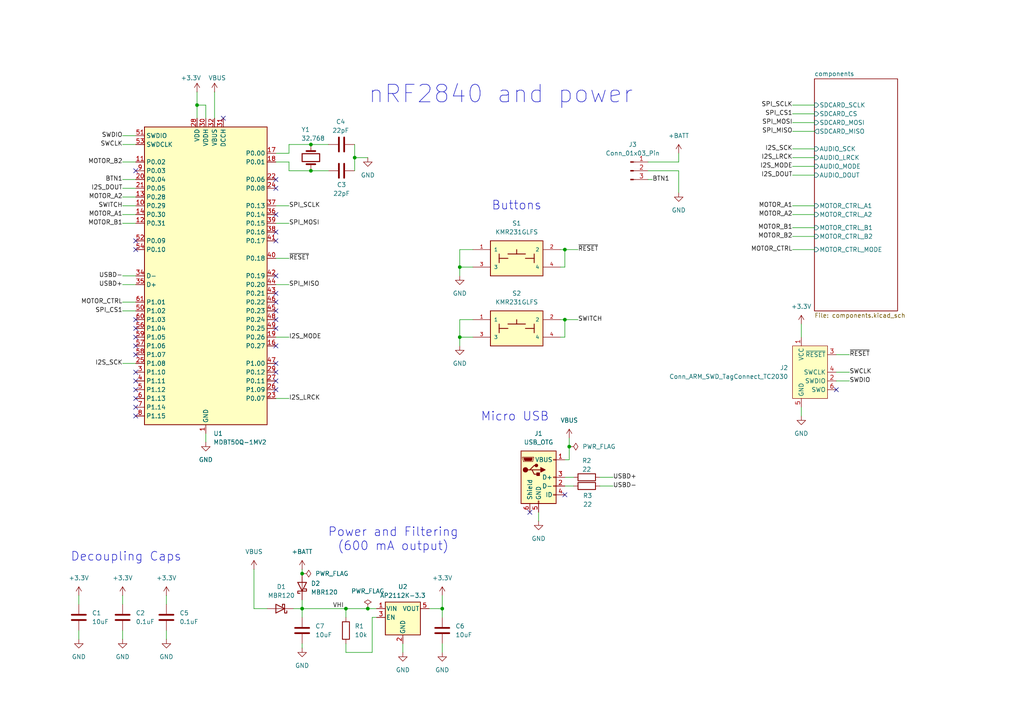
<source format=kicad_sch>
(kicad_sch
	(version 20231120)
	(generator "eeschema")
	(generator_version "8.0")
	(uuid "a700f66c-e090-41fe-b3af-2b734e9c5ce6")
	(paper "A4")
	(title_block
		(title "Big Mouth Billy Bass Master Control Program")
		(date "2025-03-10")
		(rev "R1")
		(company "Tasty Cactus Software LLC")
	)
	(lib_symbols
		(symbol "Connector:Conn_01x03_Pin"
			(pin_names
				(offset 1.016) hide)
			(exclude_from_sim no)
			(in_bom yes)
			(on_board yes)
			(property "Reference" "J"
				(at 0 5.08 0)
				(effects
					(font
						(size 1.27 1.27)
					)
				)
			)
			(property "Value" "Conn_01x03_Pin"
				(at 0 -5.08 0)
				(effects
					(font
						(size 1.27 1.27)
					)
				)
			)
			(property "Footprint" ""
				(at 0 0 0)
				(effects
					(font
						(size 1.27 1.27)
					)
					(hide yes)
				)
			)
			(property "Datasheet" "~"
				(at 0 0 0)
				(effects
					(font
						(size 1.27 1.27)
					)
					(hide yes)
				)
			)
			(property "Description" "Generic connector, single row, 01x03, script generated"
				(at 0 0 0)
				(effects
					(font
						(size 1.27 1.27)
					)
					(hide yes)
				)
			)
			(property "ki_locked" ""
				(at 0 0 0)
				(effects
					(font
						(size 1.27 1.27)
					)
				)
			)
			(property "ki_keywords" "connector"
				(at 0 0 0)
				(effects
					(font
						(size 1.27 1.27)
					)
					(hide yes)
				)
			)
			(property "ki_fp_filters" "Connector*:*_1x??_*"
				(at 0 0 0)
				(effects
					(font
						(size 1.27 1.27)
					)
					(hide yes)
				)
			)
			(symbol "Conn_01x03_Pin_1_1"
				(polyline
					(pts
						(xy 1.27 -2.54) (xy 0.8636 -2.54)
					)
					(stroke
						(width 0.1524)
						(type default)
					)
					(fill
						(type none)
					)
				)
				(polyline
					(pts
						(xy 1.27 0) (xy 0.8636 0)
					)
					(stroke
						(width 0.1524)
						(type default)
					)
					(fill
						(type none)
					)
				)
				(polyline
					(pts
						(xy 1.27 2.54) (xy 0.8636 2.54)
					)
					(stroke
						(width 0.1524)
						(type default)
					)
					(fill
						(type none)
					)
				)
				(rectangle
					(start 0.8636 -2.413)
					(end 0 -2.667)
					(stroke
						(width 0.1524)
						(type default)
					)
					(fill
						(type outline)
					)
				)
				(rectangle
					(start 0.8636 0.127)
					(end 0 -0.127)
					(stroke
						(width 0.1524)
						(type default)
					)
					(fill
						(type outline)
					)
				)
				(rectangle
					(start 0.8636 2.667)
					(end 0 2.413)
					(stroke
						(width 0.1524)
						(type default)
					)
					(fill
						(type outline)
					)
				)
				(pin passive line
					(at 5.08 2.54 180)
					(length 3.81)
					(name "Pin_1"
						(effects
							(font
								(size 1.27 1.27)
							)
						)
					)
					(number "1"
						(effects
							(font
								(size 1.27 1.27)
							)
						)
					)
				)
				(pin passive line
					(at 5.08 0 180)
					(length 3.81)
					(name "Pin_2"
						(effects
							(font
								(size 1.27 1.27)
							)
						)
					)
					(number "2"
						(effects
							(font
								(size 1.27 1.27)
							)
						)
					)
				)
				(pin passive line
					(at 5.08 -2.54 180)
					(length 3.81)
					(name "Pin_3"
						(effects
							(font
								(size 1.27 1.27)
							)
						)
					)
					(number "3"
						(effects
							(font
								(size 1.27 1.27)
							)
						)
					)
				)
			)
		)
		(symbol "Connector:Conn_ARM_SWD_TagConnect_TC2030"
			(exclude_from_sim no)
			(in_bom no)
			(on_board yes)
			(property "Reference" "J"
				(at 2.54 11.43 0)
				(effects
					(font
						(size 1.27 1.27)
					)
				)
			)
			(property "Value" "Conn_ARM_SWD_TagConnect_TC2030"
				(at 5.08 8.89 0)
				(effects
					(font
						(size 1.27 1.27)
					)
				)
			)
			(property "Footprint" "Connector:Tag-Connect_TC2030-IDC-FP_2x03_P1.27mm_Vertical"
				(at 0 -17.78 0)
				(effects
					(font
						(size 1.27 1.27)
					)
					(hide yes)
				)
			)
			(property "Datasheet" "https://www.tag-connect.com/wp-content/uploads/bsk-pdf-manager/TC2030-CTX_1.pdf"
				(at 0 -15.24 0)
				(effects
					(font
						(size 1.27 1.27)
					)
					(hide yes)
				)
			)
			(property "Description" "Tag-Connect ARM Cortex SWD JTAG connector, 6 pin"
				(at 0 0 0)
				(effects
					(font
						(size 1.27 1.27)
					)
					(hide yes)
				)
			)
			(property "ki_keywords" "Cortex Debug Connector ARM SWD JTAG"
				(at 0 0 0)
				(effects
					(font
						(size 1.27 1.27)
					)
					(hide yes)
				)
			)
			(property "ki_fp_filters" "*TC2030*"
				(at 0 0 0)
				(effects
					(font
						(size 1.27 1.27)
					)
					(hide yes)
				)
			)
			(symbol "Conn_ARM_SWD_TagConnect_TC2030_0_0"
				(pin power_in line
					(at -2.54 10.16 270)
					(length 2.54)
					(name "VCC"
						(effects
							(font
								(size 1.27 1.27)
							)
						)
					)
					(number "1"
						(effects
							(font
								(size 1.27 1.27)
							)
						)
					)
				)
				(pin bidirectional line
					(at 7.62 -2.54 180)
					(length 2.54)
					(name "SWDIO"
						(effects
							(font
								(size 1.27 1.27)
							)
						)
					)
					(number "2"
						(effects
							(font
								(size 1.27 1.27)
							)
						)
					)
					(alternate "TMS" bidirectional line)
				)
				(pin open_collector line
					(at 7.62 5.08 180)
					(length 2.54)
					(name "~{RESET}"
						(effects
							(font
								(size 1.27 1.27)
							)
						)
					)
					(number "3"
						(effects
							(font
								(size 1.27 1.27)
							)
						)
					)
				)
				(pin output line
					(at 7.62 0 180)
					(length 2.54)
					(name "SWCLK"
						(effects
							(font
								(size 1.27 1.27)
							)
						)
					)
					(number "4"
						(effects
							(font
								(size 1.27 1.27)
							)
						)
					)
					(alternate "TCK" output line)
				)
				(pin power_in line
					(at -2.54 -10.16 90)
					(length 2.54)
					(name "GND"
						(effects
							(font
								(size 1.27 1.27)
							)
						)
					)
					(number "5"
						(effects
							(font
								(size 1.27 1.27)
							)
						)
					)
				)
				(pin input line
					(at 7.62 -5.08 180)
					(length 2.54)
					(name "SWO"
						(effects
							(font
								(size 1.27 1.27)
							)
						)
					)
					(number "6"
						(effects
							(font
								(size 1.27 1.27)
							)
						)
					)
					(alternate "TDO" input line)
				)
			)
			(symbol "Conn_ARM_SWD_TagConnect_TC2030_0_1"
				(rectangle
					(start -5.08 7.62)
					(end 5.08 -7.62)
					(stroke
						(width 0)
						(type default)
					)
					(fill
						(type background)
					)
				)
			)
		)
		(symbol "Connector:USB_OTG"
			(pin_names
				(offset 1.016)
			)
			(exclude_from_sim no)
			(in_bom yes)
			(on_board yes)
			(property "Reference" "J"
				(at -5.08 11.43 0)
				(effects
					(font
						(size 1.27 1.27)
					)
					(justify left)
				)
			)
			(property "Value" "USB_OTG"
				(at -5.08 8.89 0)
				(effects
					(font
						(size 1.27 1.27)
					)
					(justify left)
				)
			)
			(property "Footprint" ""
				(at 3.81 -1.27 0)
				(effects
					(font
						(size 1.27 1.27)
					)
					(hide yes)
				)
			)
			(property "Datasheet" "~"
				(at 3.81 -1.27 0)
				(effects
					(font
						(size 1.27 1.27)
					)
					(hide yes)
				)
			)
			(property "Description" "USB mini/micro connector"
				(at 0 0 0)
				(effects
					(font
						(size 1.27 1.27)
					)
					(hide yes)
				)
			)
			(property "ki_keywords" "connector USB"
				(at 0 0 0)
				(effects
					(font
						(size 1.27 1.27)
					)
					(hide yes)
				)
			)
			(property "ki_fp_filters" "USB*"
				(at 0 0 0)
				(effects
					(font
						(size 1.27 1.27)
					)
					(hide yes)
				)
			)
			(symbol "USB_OTG_0_1"
				(rectangle
					(start -5.08 -7.62)
					(end 5.08 7.62)
					(stroke
						(width 0.254)
						(type default)
					)
					(fill
						(type background)
					)
				)
				(circle
					(center -3.81 2.159)
					(radius 0.635)
					(stroke
						(width 0.254)
						(type default)
					)
					(fill
						(type outline)
					)
				)
				(circle
					(center -0.635 3.429)
					(radius 0.381)
					(stroke
						(width 0.254)
						(type default)
					)
					(fill
						(type outline)
					)
				)
				(rectangle
					(start -0.127 -7.62)
					(end 0.127 -6.858)
					(stroke
						(width 0)
						(type default)
					)
					(fill
						(type none)
					)
				)
				(polyline
					(pts
						(xy -1.905 2.159) (xy 0.635 2.159)
					)
					(stroke
						(width 0.254)
						(type default)
					)
					(fill
						(type none)
					)
				)
				(polyline
					(pts
						(xy -3.175 2.159) (xy -2.54 2.159) (xy -1.27 3.429) (xy -0.635 3.429)
					)
					(stroke
						(width 0.254)
						(type default)
					)
					(fill
						(type none)
					)
				)
				(polyline
					(pts
						(xy -2.54 2.159) (xy -1.905 2.159) (xy -1.27 0.889) (xy 0 0.889)
					)
					(stroke
						(width 0.254)
						(type default)
					)
					(fill
						(type none)
					)
				)
				(polyline
					(pts
						(xy 0.635 2.794) (xy 0.635 1.524) (xy 1.905 2.159) (xy 0.635 2.794)
					)
					(stroke
						(width 0.254)
						(type default)
					)
					(fill
						(type outline)
					)
				)
				(polyline
					(pts
						(xy -4.318 5.588) (xy -1.778 5.588) (xy -2.032 4.826) (xy -4.064 4.826) (xy -4.318 5.588)
					)
					(stroke
						(width 0)
						(type default)
					)
					(fill
						(type outline)
					)
				)
				(polyline
					(pts
						(xy -4.699 5.842) (xy -4.699 5.588) (xy -4.445 4.826) (xy -4.445 4.572) (xy -1.651 4.572) (xy -1.651 4.826)
						(xy -1.397 5.588) (xy -1.397 5.842) (xy -4.699 5.842)
					)
					(stroke
						(width 0)
						(type default)
					)
					(fill
						(type none)
					)
				)
				(rectangle
					(start 0.254 1.27)
					(end -0.508 0.508)
					(stroke
						(width 0.254)
						(type default)
					)
					(fill
						(type outline)
					)
				)
				(rectangle
					(start 5.08 -5.207)
					(end 4.318 -4.953)
					(stroke
						(width 0)
						(type default)
					)
					(fill
						(type none)
					)
				)
				(rectangle
					(start 5.08 -2.667)
					(end 4.318 -2.413)
					(stroke
						(width 0)
						(type default)
					)
					(fill
						(type none)
					)
				)
				(rectangle
					(start 5.08 -0.127)
					(end 4.318 0.127)
					(stroke
						(width 0)
						(type default)
					)
					(fill
						(type none)
					)
				)
				(rectangle
					(start 5.08 4.953)
					(end 4.318 5.207)
					(stroke
						(width 0)
						(type default)
					)
					(fill
						(type none)
					)
				)
			)
			(symbol "USB_OTG_1_1"
				(pin passive line
					(at 7.62 5.08 180)
					(length 2.54)
					(name "VBUS"
						(effects
							(font
								(size 1.27 1.27)
							)
						)
					)
					(number "1"
						(effects
							(font
								(size 1.27 1.27)
							)
						)
					)
				)
				(pin bidirectional line
					(at 7.62 -2.54 180)
					(length 2.54)
					(name "D-"
						(effects
							(font
								(size 1.27 1.27)
							)
						)
					)
					(number "2"
						(effects
							(font
								(size 1.27 1.27)
							)
						)
					)
				)
				(pin bidirectional line
					(at 7.62 0 180)
					(length 2.54)
					(name "D+"
						(effects
							(font
								(size 1.27 1.27)
							)
						)
					)
					(number "3"
						(effects
							(font
								(size 1.27 1.27)
							)
						)
					)
				)
				(pin passive line
					(at 7.62 -5.08 180)
					(length 2.54)
					(name "ID"
						(effects
							(font
								(size 1.27 1.27)
							)
						)
					)
					(number "4"
						(effects
							(font
								(size 1.27 1.27)
							)
						)
					)
				)
				(pin passive line
					(at 0 -10.16 90)
					(length 2.54)
					(name "GND"
						(effects
							(font
								(size 1.27 1.27)
							)
						)
					)
					(number "5"
						(effects
							(font
								(size 1.27 1.27)
							)
						)
					)
				)
				(pin passive line
					(at -2.54 -10.16 90)
					(length 2.54)
					(name "Shield"
						(effects
							(font
								(size 1.27 1.27)
							)
						)
					)
					(number "6"
						(effects
							(font
								(size 1.27 1.27)
							)
						)
					)
				)
			)
		)
		(symbol "Device:C"
			(pin_numbers hide)
			(pin_names
				(offset 0.254)
			)
			(exclude_from_sim no)
			(in_bom yes)
			(on_board yes)
			(property "Reference" "C"
				(at 0.635 2.54 0)
				(effects
					(font
						(size 1.27 1.27)
					)
					(justify left)
				)
			)
			(property "Value" "C"
				(at 0.635 -2.54 0)
				(effects
					(font
						(size 1.27 1.27)
					)
					(justify left)
				)
			)
			(property "Footprint" ""
				(at 0.9652 -3.81 0)
				(effects
					(font
						(size 1.27 1.27)
					)
					(hide yes)
				)
			)
			(property "Datasheet" "~"
				(at 0 0 0)
				(effects
					(font
						(size 1.27 1.27)
					)
					(hide yes)
				)
			)
			(property "Description" "Unpolarized capacitor"
				(at 0 0 0)
				(effects
					(font
						(size 1.27 1.27)
					)
					(hide yes)
				)
			)
			(property "ki_keywords" "cap capacitor"
				(at 0 0 0)
				(effects
					(font
						(size 1.27 1.27)
					)
					(hide yes)
				)
			)
			(property "ki_fp_filters" "C_*"
				(at 0 0 0)
				(effects
					(font
						(size 1.27 1.27)
					)
					(hide yes)
				)
			)
			(symbol "C_0_1"
				(polyline
					(pts
						(xy -2.032 -0.762) (xy 2.032 -0.762)
					)
					(stroke
						(width 0.508)
						(type default)
					)
					(fill
						(type none)
					)
				)
				(polyline
					(pts
						(xy -2.032 0.762) (xy 2.032 0.762)
					)
					(stroke
						(width 0.508)
						(type default)
					)
					(fill
						(type none)
					)
				)
			)
			(symbol "C_1_1"
				(pin passive line
					(at 0 3.81 270)
					(length 2.794)
					(name "~"
						(effects
							(font
								(size 1.27 1.27)
							)
						)
					)
					(number "1"
						(effects
							(font
								(size 1.27 1.27)
							)
						)
					)
				)
				(pin passive line
					(at 0 -3.81 90)
					(length 2.794)
					(name "~"
						(effects
							(font
								(size 1.27 1.27)
							)
						)
					)
					(number "2"
						(effects
							(font
								(size 1.27 1.27)
							)
						)
					)
				)
			)
		)
		(symbol "Device:Crystal"
			(pin_numbers hide)
			(pin_names
				(offset 1.016) hide)
			(exclude_from_sim no)
			(in_bom yes)
			(on_board yes)
			(property "Reference" "Y"
				(at 0 3.81 0)
				(effects
					(font
						(size 1.27 1.27)
					)
				)
			)
			(property "Value" "Crystal"
				(at 0 -3.81 0)
				(effects
					(font
						(size 1.27 1.27)
					)
				)
			)
			(property "Footprint" ""
				(at 0 0 0)
				(effects
					(font
						(size 1.27 1.27)
					)
					(hide yes)
				)
			)
			(property "Datasheet" "~"
				(at 0 0 0)
				(effects
					(font
						(size 1.27 1.27)
					)
					(hide yes)
				)
			)
			(property "Description" "Two pin crystal"
				(at 0 0 0)
				(effects
					(font
						(size 1.27 1.27)
					)
					(hide yes)
				)
			)
			(property "ki_keywords" "quartz ceramic resonator oscillator"
				(at 0 0 0)
				(effects
					(font
						(size 1.27 1.27)
					)
					(hide yes)
				)
			)
			(property "ki_fp_filters" "Crystal*"
				(at 0 0 0)
				(effects
					(font
						(size 1.27 1.27)
					)
					(hide yes)
				)
			)
			(symbol "Crystal_0_1"
				(rectangle
					(start -1.143 2.54)
					(end 1.143 -2.54)
					(stroke
						(width 0.3048)
						(type default)
					)
					(fill
						(type none)
					)
				)
				(polyline
					(pts
						(xy -2.54 0) (xy -1.905 0)
					)
					(stroke
						(width 0)
						(type default)
					)
					(fill
						(type none)
					)
				)
				(polyline
					(pts
						(xy -1.905 -1.27) (xy -1.905 1.27)
					)
					(stroke
						(width 0.508)
						(type default)
					)
					(fill
						(type none)
					)
				)
				(polyline
					(pts
						(xy 1.905 -1.27) (xy 1.905 1.27)
					)
					(stroke
						(width 0.508)
						(type default)
					)
					(fill
						(type none)
					)
				)
				(polyline
					(pts
						(xy 2.54 0) (xy 1.905 0)
					)
					(stroke
						(width 0)
						(type default)
					)
					(fill
						(type none)
					)
				)
			)
			(symbol "Crystal_1_1"
				(pin passive line
					(at -3.81 0 0)
					(length 1.27)
					(name "1"
						(effects
							(font
								(size 1.27 1.27)
							)
						)
					)
					(number "1"
						(effects
							(font
								(size 1.27 1.27)
							)
						)
					)
				)
				(pin passive line
					(at 3.81 0 180)
					(length 1.27)
					(name "2"
						(effects
							(font
								(size 1.27 1.27)
							)
						)
					)
					(number "2"
						(effects
							(font
								(size 1.27 1.27)
							)
						)
					)
				)
			)
		)
		(symbol "Device:D_Schottky"
			(pin_numbers hide)
			(pin_names
				(offset 1.016) hide)
			(exclude_from_sim no)
			(in_bom yes)
			(on_board yes)
			(property "Reference" "D"
				(at 0 2.54 0)
				(effects
					(font
						(size 1.27 1.27)
					)
				)
			)
			(property "Value" "D_Schottky"
				(at 0 -2.54 0)
				(effects
					(font
						(size 1.27 1.27)
					)
				)
			)
			(property "Footprint" ""
				(at 0 0 0)
				(effects
					(font
						(size 1.27 1.27)
					)
					(hide yes)
				)
			)
			(property "Datasheet" "~"
				(at 0 0 0)
				(effects
					(font
						(size 1.27 1.27)
					)
					(hide yes)
				)
			)
			(property "Description" "Schottky diode"
				(at 0 0 0)
				(effects
					(font
						(size 1.27 1.27)
					)
					(hide yes)
				)
			)
			(property "ki_keywords" "diode Schottky"
				(at 0 0 0)
				(effects
					(font
						(size 1.27 1.27)
					)
					(hide yes)
				)
			)
			(property "ki_fp_filters" "TO-???* *_Diode_* *SingleDiode* D_*"
				(at 0 0 0)
				(effects
					(font
						(size 1.27 1.27)
					)
					(hide yes)
				)
			)
			(symbol "D_Schottky_0_1"
				(polyline
					(pts
						(xy 1.27 0) (xy -1.27 0)
					)
					(stroke
						(width 0)
						(type default)
					)
					(fill
						(type none)
					)
				)
				(polyline
					(pts
						(xy 1.27 1.27) (xy 1.27 -1.27) (xy -1.27 0) (xy 1.27 1.27)
					)
					(stroke
						(width 0.254)
						(type default)
					)
					(fill
						(type none)
					)
				)
				(polyline
					(pts
						(xy -1.905 0.635) (xy -1.905 1.27) (xy -1.27 1.27) (xy -1.27 -1.27) (xy -0.635 -1.27) (xy -0.635 -0.635)
					)
					(stroke
						(width 0.254)
						(type default)
					)
					(fill
						(type none)
					)
				)
			)
			(symbol "D_Schottky_1_1"
				(pin passive line
					(at -3.81 0 0)
					(length 2.54)
					(name "K"
						(effects
							(font
								(size 1.27 1.27)
							)
						)
					)
					(number "1"
						(effects
							(font
								(size 1.27 1.27)
							)
						)
					)
				)
				(pin passive line
					(at 3.81 0 180)
					(length 2.54)
					(name "A"
						(effects
							(font
								(size 1.27 1.27)
							)
						)
					)
					(number "2"
						(effects
							(font
								(size 1.27 1.27)
							)
						)
					)
				)
			)
		)
		(symbol "Device:R"
			(pin_numbers hide)
			(pin_names
				(offset 0)
			)
			(exclude_from_sim no)
			(in_bom yes)
			(on_board yes)
			(property "Reference" "R"
				(at 2.032 0 90)
				(effects
					(font
						(size 1.27 1.27)
					)
				)
			)
			(property "Value" "R"
				(at 0 0 90)
				(effects
					(font
						(size 1.27 1.27)
					)
				)
			)
			(property "Footprint" ""
				(at -1.778 0 90)
				(effects
					(font
						(size 1.27 1.27)
					)
					(hide yes)
				)
			)
			(property "Datasheet" "~"
				(at 0 0 0)
				(effects
					(font
						(size 1.27 1.27)
					)
					(hide yes)
				)
			)
			(property "Description" "Resistor"
				(at 0 0 0)
				(effects
					(font
						(size 1.27 1.27)
					)
					(hide yes)
				)
			)
			(property "ki_keywords" "R res resistor"
				(at 0 0 0)
				(effects
					(font
						(size 1.27 1.27)
					)
					(hide yes)
				)
			)
			(property "ki_fp_filters" "R_*"
				(at 0 0 0)
				(effects
					(font
						(size 1.27 1.27)
					)
					(hide yes)
				)
			)
			(symbol "R_0_1"
				(rectangle
					(start -1.016 -2.54)
					(end 1.016 2.54)
					(stroke
						(width 0.254)
						(type default)
					)
					(fill
						(type none)
					)
				)
			)
			(symbol "R_1_1"
				(pin passive line
					(at 0 3.81 270)
					(length 1.27)
					(name "~"
						(effects
							(font
								(size 1.27 1.27)
							)
						)
					)
					(number "1"
						(effects
							(font
								(size 1.27 1.27)
							)
						)
					)
				)
				(pin passive line
					(at 0 -3.81 90)
					(length 1.27)
					(name "~"
						(effects
							(font
								(size 1.27 1.27)
							)
						)
					)
					(number "2"
						(effects
							(font
								(size 1.27 1.27)
							)
						)
					)
				)
			)
		)
		(symbol "KMR231GLFS:KMR231GLFS"
			(pin_names
				(offset 1.016)
			)
			(exclude_from_sim no)
			(in_bom yes)
			(on_board yes)
			(property "Reference" "S"
				(at -7.62 5.08 0)
				(effects
					(font
						(size 1.27 1.27)
					)
					(justify left bottom)
				)
			)
			(property "Value" "KMR231GLFS"
				(at -7.62 -7.62 0)
				(effects
					(font
						(size 1.27 1.27)
					)
					(justify left bottom)
				)
			)
			(property "Footprint" "KMR231GLFS:SW4SMD_63X161LS"
				(at 0 0 0)
				(effects
					(font
						(size 1.27 1.27)
					)
					(justify bottom)
					(hide yes)
				)
			)
			(property "Datasheet" ""
				(at 0 0 0)
				(effects
					(font
						(size 1.27 1.27)
					)
					(hide yes)
				)
			)
			(property "Description" ""
				(at 0 0 0)
				(effects
					(font
						(size 1.27 1.27)
					)
					(hide yes)
				)
			)
			(property "MF" "C&K"
				(at 0 0 0)
				(effects
					(font
						(size 1.27 1.27)
					)
					(justify bottom)
					(hide yes)
				)
			)
			(property "Description_1" "\n                        \n                            Tactile Switch SPST-NO Top Actuated Surface Mount\n                        \n"
				(at 0 0 0)
				(effects
					(font
						(size 1.27 1.27)
					)
					(justify bottom)
					(hide yes)
				)
			)
			(property "Package" "None"
				(at 0 0 0)
				(effects
					(font
						(size 1.27 1.27)
					)
					(justify bottom)
					(hide yes)
				)
			)
			(property "Price" "None"
				(at 0 0 0)
				(effects
					(font
						(size 1.27 1.27)
					)
					(justify bottom)
					(hide yes)
				)
			)
			(property "SnapEDA_Link" "https://www.snapeda.com/parts/KMR231GLFS/C%2526K/view-part/?ref=snap"
				(at 0 0 0)
				(effects
					(font
						(size 1.27 1.27)
					)
					(justify bottom)
					(hide yes)
				)
			)
			(property "MP" "KMR231GLFS"
				(at 0 0 0)
				(effects
					(font
						(size 1.27 1.27)
					)
					(justify bottom)
					(hide yes)
				)
			)
			(property "Availability" "In Stock"
				(at 0 0 0)
				(effects
					(font
						(size 1.27 1.27)
					)
					(justify bottom)
					(hide yes)
				)
			)
			(property "Check_prices" "https://www.snapeda.com/parts/KMR231GLFS/C%2526K/view-part/?ref=eda"
				(at 0 0 0)
				(effects
					(font
						(size 1.27 1.27)
					)
					(justify bottom)
					(hide yes)
				)
			)
			(symbol "KMR231GLFS_0_0"
				(rectangle
					(start -7.62 -5.08)
					(end 7.62 5.08)
					(stroke
						(width 0.254)
						(type default)
					)
					(fill
						(type background)
					)
				)
				(polyline
					(pts
						(xy -5.08 0) (xy -5.08 -1.27)
					)
					(stroke
						(width 0.254)
						(type default)
					)
					(fill
						(type none)
					)
				)
				(polyline
					(pts
						(xy -5.08 0) (xy -2.54 0)
					)
					(stroke
						(width 0.254)
						(type default)
					)
					(fill
						(type none)
					)
				)
				(polyline
					(pts
						(xy -5.08 1.27) (xy -5.08 0)
					)
					(stroke
						(width 0.254)
						(type default)
					)
					(fill
						(type none)
					)
				)
				(polyline
					(pts
						(xy -2.54 1.27) (xy 0 1.27)
					)
					(stroke
						(width 0.254)
						(type default)
					)
					(fill
						(type none)
					)
				)
				(polyline
					(pts
						(xy 0 1.27) (xy 0 2.54)
					)
					(stroke
						(width 0.254)
						(type default)
					)
					(fill
						(type none)
					)
				)
				(polyline
					(pts
						(xy 0 1.27) (xy 2.54 1.27)
					)
					(stroke
						(width 0.254)
						(type default)
					)
					(fill
						(type none)
					)
				)
				(polyline
					(pts
						(xy 5.08 0) (xy 2.54 0)
					)
					(stroke
						(width 0.254)
						(type default)
					)
					(fill
						(type none)
					)
				)
				(polyline
					(pts
						(xy 5.08 0) (xy 5.08 -1.27)
					)
					(stroke
						(width 0.254)
						(type default)
					)
					(fill
						(type none)
					)
				)
				(polyline
					(pts
						(xy 5.08 1.27) (xy 5.08 0)
					)
					(stroke
						(width 0.254)
						(type default)
					)
					(fill
						(type none)
					)
				)
				(pin bidirectional line
					(at -12.7 2.54 0)
					(length 5.08)
					(name "1"
						(effects
							(font
								(size 1.016 1.016)
							)
						)
					)
					(number "1"
						(effects
							(font
								(size 1.016 1.016)
							)
						)
					)
				)
				(pin bidirectional line
					(at 12.7 2.54 180)
					(length 5.08)
					(name "2"
						(effects
							(font
								(size 1.016 1.016)
							)
						)
					)
					(number "2"
						(effects
							(font
								(size 1.016 1.016)
							)
						)
					)
				)
				(pin bidirectional line
					(at -12.7 -2.54 0)
					(length 5.08)
					(name "3"
						(effects
							(font
								(size 1.016 1.016)
							)
						)
					)
					(number "3"
						(effects
							(font
								(size 1.016 1.016)
							)
						)
					)
				)
				(pin bidirectional line
					(at 12.7 -2.54 180)
					(length 5.08)
					(name "4"
						(effects
							(font
								(size 1.016 1.016)
							)
						)
					)
					(number "4"
						(effects
							(font
								(size 1.016 1.016)
							)
						)
					)
				)
			)
		)
		(symbol "RF_Module:MDBT50Q-1MV2"
			(exclude_from_sim no)
			(in_bom yes)
			(on_board yes)
			(property "Reference" "U"
				(at 0 0 0)
				(effects
					(font
						(size 1.27 1.27)
					)
				)
			)
			(property "Value" "MDBT50Q-1MV2"
				(at 0 -2.54 0)
				(effects
					(font
						(size 1.27 1.27)
					)
				)
			)
			(property "Footprint" "RF_Module:Raytac_MDBT50Q"
				(at 0 -5.08 0)
				(effects
					(font
						(size 1.27 1.27)
					)
					(hide yes)
				)
			)
			(property "Datasheet" "https://www.raytac.com/download/index.php?index_id=43"
				(at 0 -5.08 0)
				(effects
					(font
						(size 1.27 1.27)
					)
					(hide yes)
				)
			)
			(property "Description" "Multiprotocol BLE/ANT/2.4 GHz/802.15.4 Cortex-M4F SoC, nRF52840 module"
				(at 0 0 0)
				(effects
					(font
						(size 1.27 1.27)
					)
					(hide yes)
				)
			)
			(property "ki_keywords" "BLE ANT ZigBee Thread 802.15.4 nRF52840 nordic MDBT50Q"
				(at 0 0 0)
				(effects
					(font
						(size 1.27 1.27)
					)
					(hide yes)
				)
			)
			(property "ki_fp_filters" "Raytac?MDBT50Q*"
				(at 0 0 0)
				(effects
					(font
						(size 1.27 1.27)
					)
					(hide yes)
				)
			)
			(symbol "MDBT50Q-1MV2_0_1"
				(rectangle
					(start -17.78 43.18)
					(end 17.78 -43.18)
					(stroke
						(width 0.254)
						(type default)
					)
					(fill
						(type background)
					)
				)
			)
			(symbol "MDBT50Q-1MV2_1_1"
				(pin power_in line
					(at 0 -45.72 90)
					(length 2.54)
					(name "GND"
						(effects
							(font
								(size 1.27 1.27)
							)
						)
					)
					(number "1"
						(effects
							(font
								(size 1.27 1.27)
							)
						)
					)
				)
				(pin bidirectional line
					(at -20.32 20.32 0)
					(length 2.54)
					(name "P0.29"
						(effects
							(font
								(size 1.27 1.27)
							)
						)
					)
					(number "10"
						(effects
							(font
								(size 1.27 1.27)
							)
						)
					)
					(alternate "AIN5" input line)
				)
				(pin bidirectional line
					(at -20.32 33.02 0)
					(length 2.54)
					(name "P0.02"
						(effects
							(font
								(size 1.27 1.27)
							)
						)
					)
					(number "11"
						(effects
							(font
								(size 1.27 1.27)
							)
						)
					)
					(alternate "AIN0" input line)
				)
				(pin bidirectional line
					(at -20.32 15.24 0)
					(length 2.54)
					(name "P0.31"
						(effects
							(font
								(size 1.27 1.27)
							)
						)
					)
					(number "12"
						(effects
							(font
								(size 1.27 1.27)
							)
						)
					)
					(alternate "AIN7" input line)
				)
				(pin bidirectional line
					(at -20.32 22.86 0)
					(length 2.54)
					(name "P0.28"
						(effects
							(font
								(size 1.27 1.27)
							)
						)
					)
					(number "13"
						(effects
							(font
								(size 1.27 1.27)
							)
						)
					)
					(alternate "AIN4" input line)
				)
				(pin bidirectional line
					(at -20.32 17.78 0)
					(length 2.54)
					(name "P0.30"
						(effects
							(font
								(size 1.27 1.27)
							)
						)
					)
					(number "14"
						(effects
							(font
								(size 1.27 1.27)
							)
						)
					)
					(alternate "AIN6" input line)
				)
				(pin passive line
					(at 0 -45.72 90)
					(length 2.54) hide
					(name "GND"
						(effects
							(font
								(size 1.27 1.27)
							)
						)
					)
					(number "15"
						(effects
							(font
								(size 1.27 1.27)
							)
						)
					)
				)
				(pin bidirectional line
					(at 20.32 -20.32 180)
					(length 2.54)
					(name "P0.27"
						(effects
							(font
								(size 1.27 1.27)
							)
						)
					)
					(number "16"
						(effects
							(font
								(size 1.27 1.27)
							)
						)
					)
				)
				(pin bidirectional line
					(at 20.32 35.56 180)
					(length 2.54)
					(name "P0.00"
						(effects
							(font
								(size 1.27 1.27)
							)
						)
					)
					(number "17"
						(effects
							(font
								(size 1.27 1.27)
							)
						)
					)
					(alternate "XL1" input line)
				)
				(pin bidirectional line
					(at 20.32 33.02 180)
					(length 2.54)
					(name "P0.01"
						(effects
							(font
								(size 1.27 1.27)
							)
						)
					)
					(number "18"
						(effects
							(font
								(size 1.27 1.27)
							)
						)
					)
					(alternate "XL2" input line)
				)
				(pin bidirectional line
					(at 20.32 -17.78 180)
					(length 2.54)
					(name "P0.26"
						(effects
							(font
								(size 1.27 1.27)
							)
						)
					)
					(number "19"
						(effects
							(font
								(size 1.27 1.27)
							)
						)
					)
				)
				(pin passive line
					(at 0 -45.72 90)
					(length 2.54) hide
					(name "GND"
						(effects
							(font
								(size 1.27 1.27)
							)
						)
					)
					(number "2"
						(effects
							(font
								(size 1.27 1.27)
							)
						)
					)
				)
				(pin bidirectional line
					(at -20.32 27.94 0)
					(length 2.54)
					(name "P0.04"
						(effects
							(font
								(size 1.27 1.27)
							)
						)
					)
					(number "20"
						(effects
							(font
								(size 1.27 1.27)
							)
						)
					)
					(alternate "AIN2" input line)
				)
				(pin bidirectional line
					(at -20.32 25.4 0)
					(length 2.54)
					(name "P0.05"
						(effects
							(font
								(size 1.27 1.27)
							)
						)
					)
					(number "21"
						(effects
							(font
								(size 1.27 1.27)
							)
						)
					)
					(alternate "AIN3" input line)
				)
				(pin bidirectional line
					(at 20.32 27.94 180)
					(length 2.54)
					(name "P0.06"
						(effects
							(font
								(size 1.27 1.27)
							)
						)
					)
					(number "22"
						(effects
							(font
								(size 1.27 1.27)
							)
						)
					)
				)
				(pin bidirectional line
					(at 20.32 -35.56 180)
					(length 2.54)
					(name "P0.07"
						(effects
							(font
								(size 1.27 1.27)
							)
						)
					)
					(number "23"
						(effects
							(font
								(size 1.27 1.27)
							)
						)
					)
					(alternate "TRACECLK" output line)
				)
				(pin bidirectional line
					(at 20.32 25.4 180)
					(length 2.54)
					(name "P0.08"
						(effects
							(font
								(size 1.27 1.27)
							)
						)
					)
					(number "24"
						(effects
							(font
								(size 1.27 1.27)
							)
						)
					)
				)
				(pin bidirectional line
					(at -20.32 -25.4 0)
					(length 2.54)
					(name "P1.08"
						(effects
							(font
								(size 1.27 1.27)
							)
						)
					)
					(number "25"
						(effects
							(font
								(size 1.27 1.27)
							)
						)
					)
				)
				(pin bidirectional line
					(at 20.32 -33.02 180)
					(length 2.54)
					(name "P1.09"
						(effects
							(font
								(size 1.27 1.27)
							)
						)
					)
					(number "26"
						(effects
							(font
								(size 1.27 1.27)
							)
						)
					)
					(alternate "TRACEDATA3" output line)
				)
				(pin bidirectional line
					(at 20.32 -30.48 180)
					(length 2.54)
					(name "P0.11"
						(effects
							(font
								(size 1.27 1.27)
							)
						)
					)
					(number "27"
						(effects
							(font
								(size 1.27 1.27)
							)
						)
					)
					(alternate "TRACEDATA2" output line)
				)
				(pin power_in line
					(at -2.54 45.72 270)
					(length 2.54)
					(name "VDD"
						(effects
							(font
								(size 1.27 1.27)
							)
						)
					)
					(number "28"
						(effects
							(font
								(size 1.27 1.27)
							)
						)
					)
				)
				(pin bidirectional line
					(at 20.32 -27.94 180)
					(length 2.54)
					(name "P0.12"
						(effects
							(font
								(size 1.27 1.27)
							)
						)
					)
					(number "29"
						(effects
							(font
								(size 1.27 1.27)
							)
						)
					)
					(alternate "TRACEDATA1" output line)
				)
				(pin bidirectional line
					(at -20.32 -27.94 0)
					(length 2.54)
					(name "P1.10"
						(effects
							(font
								(size 1.27 1.27)
							)
						)
					)
					(number "3"
						(effects
							(font
								(size 1.27 1.27)
							)
						)
					)
				)
				(pin power_in line
					(at 0 45.72 270)
					(length 2.54)
					(name "VDDH"
						(effects
							(font
								(size 1.27 1.27)
							)
						)
					)
					(number "30"
						(effects
							(font
								(size 1.27 1.27)
							)
						)
					)
				)
				(pin power_out line
					(at 5.08 45.72 270)
					(length 2.54)
					(name "DCCH"
						(effects
							(font
								(size 1.27 1.27)
							)
						)
					)
					(number "31"
						(effects
							(font
								(size 1.27 1.27)
							)
						)
					)
				)
				(pin power_in line
					(at 2.54 45.72 270)
					(length 2.54)
					(name "VBUS"
						(effects
							(font
								(size 1.27 1.27)
							)
						)
					)
					(number "32"
						(effects
							(font
								(size 1.27 1.27)
							)
						)
					)
				)
				(pin passive line
					(at 0 -45.72 90)
					(length 2.54) hide
					(name "GND"
						(effects
							(font
								(size 1.27 1.27)
							)
						)
					)
					(number "33"
						(effects
							(font
								(size 1.27 1.27)
							)
						)
					)
				)
				(pin bidirectional line
					(at -20.32 0 0)
					(length 2.54)
					(name "D-"
						(effects
							(font
								(size 1.27 1.27)
							)
						)
					)
					(number "34"
						(effects
							(font
								(size 1.27 1.27)
							)
						)
					)
				)
				(pin bidirectional line
					(at -20.32 -2.54 0)
					(length 2.54)
					(name "D+"
						(effects
							(font
								(size 1.27 1.27)
							)
						)
					)
					(number "35"
						(effects
							(font
								(size 1.27 1.27)
							)
						)
					)
				)
				(pin bidirectional line
					(at 20.32 17.78 180)
					(length 2.54)
					(name "P0.14"
						(effects
							(font
								(size 1.27 1.27)
							)
						)
					)
					(number "36"
						(effects
							(font
								(size 1.27 1.27)
							)
						)
					)
				)
				(pin bidirectional line
					(at 20.32 20.32 180)
					(length 2.54)
					(name "P0.13"
						(effects
							(font
								(size 1.27 1.27)
							)
						)
					)
					(number "37"
						(effects
							(font
								(size 1.27 1.27)
							)
						)
					)
				)
				(pin bidirectional line
					(at 20.32 12.7 180)
					(length 2.54)
					(name "P0.16"
						(effects
							(font
								(size 1.27 1.27)
							)
						)
					)
					(number "38"
						(effects
							(font
								(size 1.27 1.27)
							)
						)
					)
				)
				(pin bidirectional line
					(at 20.32 15.24 180)
					(length 2.54)
					(name "P0.15"
						(effects
							(font
								(size 1.27 1.27)
							)
						)
					)
					(number "39"
						(effects
							(font
								(size 1.27 1.27)
							)
						)
					)
				)
				(pin bidirectional line
					(at -20.32 -30.48 0)
					(length 2.54)
					(name "P1.11"
						(effects
							(font
								(size 1.27 1.27)
							)
						)
					)
					(number "4"
						(effects
							(font
								(size 1.27 1.27)
							)
						)
					)
				)
				(pin bidirectional line
					(at 20.32 5.08 180)
					(length 2.54)
					(name "P0.18"
						(effects
							(font
								(size 1.27 1.27)
							)
						)
					)
					(number "40"
						(effects
							(font
								(size 1.27 1.27)
							)
						)
					)
					(alternate "~{RESET}" input line)
				)
				(pin bidirectional line
					(at 20.32 10.16 180)
					(length 2.54)
					(name "P0.17"
						(effects
							(font
								(size 1.27 1.27)
							)
						)
					)
					(number "41"
						(effects
							(font
								(size 1.27 1.27)
							)
						)
					)
				)
				(pin bidirectional line
					(at 20.32 0 180)
					(length 2.54)
					(name "P0.19"
						(effects
							(font
								(size 1.27 1.27)
							)
						)
					)
					(number "42"
						(effects
							(font
								(size 1.27 1.27)
							)
						)
					)
				)
				(pin bidirectional line
					(at 20.32 -5.08 180)
					(length 2.54)
					(name "P0.21"
						(effects
							(font
								(size 1.27 1.27)
							)
						)
					)
					(number "43"
						(effects
							(font
								(size 1.27 1.27)
							)
						)
					)
				)
				(pin bidirectional line
					(at 20.32 -2.54 180)
					(length 2.54)
					(name "P0.20"
						(effects
							(font
								(size 1.27 1.27)
							)
						)
					)
					(number "44"
						(effects
							(font
								(size 1.27 1.27)
							)
						)
					)
				)
				(pin bidirectional line
					(at 20.32 -10.16 180)
					(length 2.54)
					(name "P0.23"
						(effects
							(font
								(size 1.27 1.27)
							)
						)
					)
					(number "45"
						(effects
							(font
								(size 1.27 1.27)
							)
						)
					)
				)
				(pin bidirectional line
					(at 20.32 -7.62 180)
					(length 2.54)
					(name "P0.22"
						(effects
							(font
								(size 1.27 1.27)
							)
						)
					)
					(number "46"
						(effects
							(font
								(size 1.27 1.27)
							)
						)
					)
				)
				(pin bidirectional line
					(at 20.32 -25.4 180)
					(length 2.54)
					(name "P1.00"
						(effects
							(font
								(size 1.27 1.27)
							)
						)
					)
					(number "47"
						(effects
							(font
								(size 1.27 1.27)
							)
						)
					)
					(alternate "TRACEDATA0" output line)
				)
				(pin bidirectional line
					(at 20.32 -12.7 180)
					(length 2.54)
					(name "P0.24"
						(effects
							(font
								(size 1.27 1.27)
							)
						)
					)
					(number "48"
						(effects
							(font
								(size 1.27 1.27)
							)
						)
					)
				)
				(pin bidirectional line
					(at 20.32 -15.24 180)
					(length 2.54)
					(name "P0.25"
						(effects
							(font
								(size 1.27 1.27)
							)
						)
					)
					(number "49"
						(effects
							(font
								(size 1.27 1.27)
							)
						)
					)
				)
				(pin bidirectional line
					(at -20.32 -33.02 0)
					(length 2.54)
					(name "P1.12"
						(effects
							(font
								(size 1.27 1.27)
							)
						)
					)
					(number "5"
						(effects
							(font
								(size 1.27 1.27)
							)
						)
					)
				)
				(pin bidirectional line
					(at -20.32 -10.16 0)
					(length 2.54)
					(name "P1.02"
						(effects
							(font
								(size 1.27 1.27)
							)
						)
					)
					(number "50"
						(effects
							(font
								(size 1.27 1.27)
							)
						)
					)
				)
				(pin bidirectional line
					(at -20.32 40.64 0)
					(length 2.54)
					(name "SWDIO"
						(effects
							(font
								(size 1.27 1.27)
							)
						)
					)
					(number "51"
						(effects
							(font
								(size 1.27 1.27)
							)
						)
					)
				)
				(pin bidirectional line
					(at -20.32 10.16 0)
					(length 2.54)
					(name "P0.09"
						(effects
							(font
								(size 1.27 1.27)
							)
						)
					)
					(number "52"
						(effects
							(font
								(size 1.27 1.27)
							)
						)
					)
					(alternate "NFC1" input line)
				)
				(pin input line
					(at -20.32 38.1 0)
					(length 2.54)
					(name "SWDCLK"
						(effects
							(font
								(size 1.27 1.27)
							)
						)
					)
					(number "53"
						(effects
							(font
								(size 1.27 1.27)
							)
						)
					)
				)
				(pin bidirectional line
					(at -20.32 7.62 0)
					(length 2.54)
					(name "P0.10"
						(effects
							(font
								(size 1.27 1.27)
							)
						)
					)
					(number "54"
						(effects
							(font
								(size 1.27 1.27)
							)
						)
					)
					(alternate "NFC2" input line)
				)
				(pin passive line
					(at 0 -45.72 90)
					(length 2.54) hide
					(name "GND"
						(effects
							(font
								(size 1.27 1.27)
							)
						)
					)
					(number "55"
						(effects
							(font
								(size 1.27 1.27)
							)
						)
					)
				)
				(pin bidirectional line
					(at -20.32 -15.24 0)
					(length 2.54)
					(name "P1.04"
						(effects
							(font
								(size 1.27 1.27)
							)
						)
					)
					(number "56"
						(effects
							(font
								(size 1.27 1.27)
							)
						)
					)
				)
				(pin bidirectional line
					(at -20.32 -20.32 0)
					(length 2.54)
					(name "P1.06"
						(effects
							(font
								(size 1.27 1.27)
							)
						)
					)
					(number "57"
						(effects
							(font
								(size 1.27 1.27)
							)
						)
					)
				)
				(pin bidirectional line
					(at -20.32 -22.86 0)
					(length 2.54)
					(name "P1.07"
						(effects
							(font
								(size 1.27 1.27)
							)
						)
					)
					(number "58"
						(effects
							(font
								(size 1.27 1.27)
							)
						)
					)
				)
				(pin bidirectional line
					(at -20.32 -17.78 0)
					(length 2.54)
					(name "P1.05"
						(effects
							(font
								(size 1.27 1.27)
							)
						)
					)
					(number "59"
						(effects
							(font
								(size 1.27 1.27)
							)
						)
					)
				)
				(pin bidirectional line
					(at -20.32 -35.56 0)
					(length 2.54)
					(name "P1.13"
						(effects
							(font
								(size 1.27 1.27)
							)
						)
					)
					(number "6"
						(effects
							(font
								(size 1.27 1.27)
							)
						)
					)
				)
				(pin bidirectional line
					(at -20.32 -12.7 0)
					(length 2.54)
					(name "P1.03"
						(effects
							(font
								(size 1.27 1.27)
							)
						)
					)
					(number "60"
						(effects
							(font
								(size 1.27 1.27)
							)
						)
					)
				)
				(pin bidirectional line
					(at -20.32 -7.62 0)
					(length 2.54)
					(name "P1.01"
						(effects
							(font
								(size 1.27 1.27)
							)
						)
					)
					(number "61"
						(effects
							(font
								(size 1.27 1.27)
							)
						)
					)
				)
				(pin bidirectional line
					(at -20.32 -38.1 0)
					(length 2.54)
					(name "P1.14"
						(effects
							(font
								(size 1.27 1.27)
							)
						)
					)
					(number "7"
						(effects
							(font
								(size 1.27 1.27)
							)
						)
					)
				)
				(pin bidirectional line
					(at -20.32 -40.64 0)
					(length 2.54)
					(name "P1.15"
						(effects
							(font
								(size 1.27 1.27)
							)
						)
					)
					(number "8"
						(effects
							(font
								(size 1.27 1.27)
							)
						)
					)
				)
				(pin bidirectional line
					(at -20.32 30.48 0)
					(length 2.54)
					(name "P0.03"
						(effects
							(font
								(size 1.27 1.27)
							)
						)
					)
					(number "9"
						(effects
							(font
								(size 1.27 1.27)
							)
						)
					)
					(alternate "AIN1" input line)
				)
			)
		)
		(symbol "Regulator_Linear:AP2112K-3.3"
			(pin_names
				(offset 0.254)
			)
			(exclude_from_sim no)
			(in_bom yes)
			(on_board yes)
			(property "Reference" "U"
				(at -5.08 5.715 0)
				(effects
					(font
						(size 1.27 1.27)
					)
					(justify left)
				)
			)
			(property "Value" "AP2112K-3.3"
				(at 0 5.715 0)
				(effects
					(font
						(size 1.27 1.27)
					)
					(justify left)
				)
			)
			(property "Footprint" "Package_TO_SOT_SMD:SOT-23-5"
				(at 0 8.255 0)
				(effects
					(font
						(size 1.27 1.27)
					)
					(hide yes)
				)
			)
			(property "Datasheet" "https://www.diodes.com/assets/Datasheets/AP2112.pdf"
				(at 0 2.54 0)
				(effects
					(font
						(size 1.27 1.27)
					)
					(hide yes)
				)
			)
			(property "Description" "600mA low dropout linear regulator, with enable pin, 3.8V-6V input voltage range, 3.3V fixed positive output, SOT-23-5"
				(at 0 0 0)
				(effects
					(font
						(size 1.27 1.27)
					)
					(hide yes)
				)
			)
			(property "ki_keywords" "linear regulator ldo fixed positive"
				(at 0 0 0)
				(effects
					(font
						(size 1.27 1.27)
					)
					(hide yes)
				)
			)
			(property "ki_fp_filters" "SOT?23?5*"
				(at 0 0 0)
				(effects
					(font
						(size 1.27 1.27)
					)
					(hide yes)
				)
			)
			(symbol "AP2112K-3.3_0_1"
				(rectangle
					(start -5.08 4.445)
					(end 5.08 -5.08)
					(stroke
						(width 0.254)
						(type default)
					)
					(fill
						(type background)
					)
				)
			)
			(symbol "AP2112K-3.3_1_1"
				(pin power_in line
					(at -7.62 2.54 0)
					(length 2.54)
					(name "VIN"
						(effects
							(font
								(size 1.27 1.27)
							)
						)
					)
					(number "1"
						(effects
							(font
								(size 1.27 1.27)
							)
						)
					)
				)
				(pin power_in line
					(at 0 -7.62 90)
					(length 2.54)
					(name "GND"
						(effects
							(font
								(size 1.27 1.27)
							)
						)
					)
					(number "2"
						(effects
							(font
								(size 1.27 1.27)
							)
						)
					)
				)
				(pin input line
					(at -7.62 0 0)
					(length 2.54)
					(name "EN"
						(effects
							(font
								(size 1.27 1.27)
							)
						)
					)
					(number "3"
						(effects
							(font
								(size 1.27 1.27)
							)
						)
					)
				)
				(pin no_connect line
					(at 5.08 0 180)
					(length 2.54) hide
					(name "NC"
						(effects
							(font
								(size 1.27 1.27)
							)
						)
					)
					(number "4"
						(effects
							(font
								(size 1.27 1.27)
							)
						)
					)
				)
				(pin power_out line
					(at 7.62 2.54 180)
					(length 2.54)
					(name "VOUT"
						(effects
							(font
								(size 1.27 1.27)
							)
						)
					)
					(number "5"
						(effects
							(font
								(size 1.27 1.27)
							)
						)
					)
				)
			)
		)
		(symbol "power:+3.3V"
			(power)
			(pin_numbers hide)
			(pin_names
				(offset 0) hide)
			(exclude_from_sim no)
			(in_bom yes)
			(on_board yes)
			(property "Reference" "#PWR"
				(at 0 -3.81 0)
				(effects
					(font
						(size 1.27 1.27)
					)
					(hide yes)
				)
			)
			(property "Value" "+3.3V"
				(at 0 3.556 0)
				(effects
					(font
						(size 1.27 1.27)
					)
				)
			)
			(property "Footprint" ""
				(at 0 0 0)
				(effects
					(font
						(size 1.27 1.27)
					)
					(hide yes)
				)
			)
			(property "Datasheet" ""
				(at 0 0 0)
				(effects
					(font
						(size 1.27 1.27)
					)
					(hide yes)
				)
			)
			(property "Description" "Power symbol creates a global label with name \"+3.3V\""
				(at 0 0 0)
				(effects
					(font
						(size 1.27 1.27)
					)
					(hide yes)
				)
			)
			(property "ki_keywords" "global power"
				(at 0 0 0)
				(effects
					(font
						(size 1.27 1.27)
					)
					(hide yes)
				)
			)
			(symbol "+3.3V_0_1"
				(polyline
					(pts
						(xy -0.762 1.27) (xy 0 2.54)
					)
					(stroke
						(width 0)
						(type default)
					)
					(fill
						(type none)
					)
				)
				(polyline
					(pts
						(xy 0 0) (xy 0 2.54)
					)
					(stroke
						(width 0)
						(type default)
					)
					(fill
						(type none)
					)
				)
				(polyline
					(pts
						(xy 0 2.54) (xy 0.762 1.27)
					)
					(stroke
						(width 0)
						(type default)
					)
					(fill
						(type none)
					)
				)
			)
			(symbol "+3.3V_1_1"
				(pin power_in line
					(at 0 0 90)
					(length 0)
					(name "~"
						(effects
							(font
								(size 1.27 1.27)
							)
						)
					)
					(number "1"
						(effects
							(font
								(size 1.27 1.27)
							)
						)
					)
				)
			)
		)
		(symbol "power:+BATT"
			(power)
			(pin_numbers hide)
			(pin_names
				(offset 0) hide)
			(exclude_from_sim no)
			(in_bom yes)
			(on_board yes)
			(property "Reference" "#PWR"
				(at 0 -3.81 0)
				(effects
					(font
						(size 1.27 1.27)
					)
					(hide yes)
				)
			)
			(property "Value" "+BATT"
				(at 0 3.556 0)
				(effects
					(font
						(size 1.27 1.27)
					)
				)
			)
			(property "Footprint" ""
				(at 0 0 0)
				(effects
					(font
						(size 1.27 1.27)
					)
					(hide yes)
				)
			)
			(property "Datasheet" ""
				(at 0 0 0)
				(effects
					(font
						(size 1.27 1.27)
					)
					(hide yes)
				)
			)
			(property "Description" "Power symbol creates a global label with name \"+BATT\""
				(at 0 0 0)
				(effects
					(font
						(size 1.27 1.27)
					)
					(hide yes)
				)
			)
			(property "ki_keywords" "global power battery"
				(at 0 0 0)
				(effects
					(font
						(size 1.27 1.27)
					)
					(hide yes)
				)
			)
			(symbol "+BATT_0_1"
				(polyline
					(pts
						(xy -0.762 1.27) (xy 0 2.54)
					)
					(stroke
						(width 0)
						(type default)
					)
					(fill
						(type none)
					)
				)
				(polyline
					(pts
						(xy 0 0) (xy 0 2.54)
					)
					(stroke
						(width 0)
						(type default)
					)
					(fill
						(type none)
					)
				)
				(polyline
					(pts
						(xy 0 2.54) (xy 0.762 1.27)
					)
					(stroke
						(width 0)
						(type default)
					)
					(fill
						(type none)
					)
				)
			)
			(symbol "+BATT_1_1"
				(pin power_in line
					(at 0 0 90)
					(length 0)
					(name "~"
						(effects
							(font
								(size 1.27 1.27)
							)
						)
					)
					(number "1"
						(effects
							(font
								(size 1.27 1.27)
							)
						)
					)
				)
			)
		)
		(symbol "power:GND"
			(power)
			(pin_numbers hide)
			(pin_names
				(offset 0) hide)
			(exclude_from_sim no)
			(in_bom yes)
			(on_board yes)
			(property "Reference" "#PWR"
				(at 0 -6.35 0)
				(effects
					(font
						(size 1.27 1.27)
					)
					(hide yes)
				)
			)
			(property "Value" "GND"
				(at 0 -3.81 0)
				(effects
					(font
						(size 1.27 1.27)
					)
				)
			)
			(property "Footprint" ""
				(at 0 0 0)
				(effects
					(font
						(size 1.27 1.27)
					)
					(hide yes)
				)
			)
			(property "Datasheet" ""
				(at 0 0 0)
				(effects
					(font
						(size 1.27 1.27)
					)
					(hide yes)
				)
			)
			(property "Description" "Power symbol creates a global label with name \"GND\" , ground"
				(at 0 0 0)
				(effects
					(font
						(size 1.27 1.27)
					)
					(hide yes)
				)
			)
			(property "ki_keywords" "global power"
				(at 0 0 0)
				(effects
					(font
						(size 1.27 1.27)
					)
					(hide yes)
				)
			)
			(symbol "GND_0_1"
				(polyline
					(pts
						(xy 0 0) (xy 0 -1.27) (xy 1.27 -1.27) (xy 0 -2.54) (xy -1.27 -1.27) (xy 0 -1.27)
					)
					(stroke
						(width 0)
						(type default)
					)
					(fill
						(type none)
					)
				)
			)
			(symbol "GND_1_1"
				(pin power_in line
					(at 0 0 270)
					(length 0)
					(name "~"
						(effects
							(font
								(size 1.27 1.27)
							)
						)
					)
					(number "1"
						(effects
							(font
								(size 1.27 1.27)
							)
						)
					)
				)
			)
		)
		(symbol "power:PWR_FLAG"
			(power)
			(pin_numbers hide)
			(pin_names
				(offset 0) hide)
			(exclude_from_sim no)
			(in_bom yes)
			(on_board yes)
			(property "Reference" "#FLG"
				(at 0 1.905 0)
				(effects
					(font
						(size 1.27 1.27)
					)
					(hide yes)
				)
			)
			(property "Value" "PWR_FLAG"
				(at 0 3.81 0)
				(effects
					(font
						(size 1.27 1.27)
					)
				)
			)
			(property "Footprint" ""
				(at 0 0 0)
				(effects
					(font
						(size 1.27 1.27)
					)
					(hide yes)
				)
			)
			(property "Datasheet" "~"
				(at 0 0 0)
				(effects
					(font
						(size 1.27 1.27)
					)
					(hide yes)
				)
			)
			(property "Description" "Special symbol for telling ERC where power comes from"
				(at 0 0 0)
				(effects
					(font
						(size 1.27 1.27)
					)
					(hide yes)
				)
			)
			(property "ki_keywords" "flag power"
				(at 0 0 0)
				(effects
					(font
						(size 1.27 1.27)
					)
					(hide yes)
				)
			)
			(symbol "PWR_FLAG_0_0"
				(pin power_out line
					(at 0 0 90)
					(length 0)
					(name "~"
						(effects
							(font
								(size 1.27 1.27)
							)
						)
					)
					(number "1"
						(effects
							(font
								(size 1.27 1.27)
							)
						)
					)
				)
			)
			(symbol "PWR_FLAG_0_1"
				(polyline
					(pts
						(xy 0 0) (xy 0 1.27) (xy -1.016 1.905) (xy 0 2.54) (xy 1.016 1.905) (xy 0 1.27)
					)
					(stroke
						(width 0)
						(type default)
					)
					(fill
						(type none)
					)
				)
			)
		)
		(symbol "power:VBUS"
			(power)
			(pin_numbers hide)
			(pin_names
				(offset 0) hide)
			(exclude_from_sim no)
			(in_bom yes)
			(on_board yes)
			(property "Reference" "#PWR"
				(at 0 -3.81 0)
				(effects
					(font
						(size 1.27 1.27)
					)
					(hide yes)
				)
			)
			(property "Value" "VBUS"
				(at 0 3.556 0)
				(effects
					(font
						(size 1.27 1.27)
					)
				)
			)
			(property "Footprint" ""
				(at 0 0 0)
				(effects
					(font
						(size 1.27 1.27)
					)
					(hide yes)
				)
			)
			(property "Datasheet" ""
				(at 0 0 0)
				(effects
					(font
						(size 1.27 1.27)
					)
					(hide yes)
				)
			)
			(property "Description" "Power symbol creates a global label with name \"VBUS\""
				(at 0 0 0)
				(effects
					(font
						(size 1.27 1.27)
					)
					(hide yes)
				)
			)
			(property "ki_keywords" "global power"
				(at 0 0 0)
				(effects
					(font
						(size 1.27 1.27)
					)
					(hide yes)
				)
			)
			(symbol "VBUS_0_1"
				(polyline
					(pts
						(xy -0.762 1.27) (xy 0 2.54)
					)
					(stroke
						(width 0)
						(type default)
					)
					(fill
						(type none)
					)
				)
				(polyline
					(pts
						(xy 0 0) (xy 0 2.54)
					)
					(stroke
						(width 0)
						(type default)
					)
					(fill
						(type none)
					)
				)
				(polyline
					(pts
						(xy 0 2.54) (xy 0.762 1.27)
					)
					(stroke
						(width 0)
						(type default)
					)
					(fill
						(type none)
					)
				)
			)
			(symbol "VBUS_1_1"
				(pin power_in line
					(at 0 0 90)
					(length 0)
					(name "~"
						(effects
							(font
								(size 1.27 1.27)
							)
						)
					)
					(number "1"
						(effects
							(font
								(size 1.27 1.27)
							)
						)
					)
				)
			)
		)
	)
	(junction
		(at 87.63 166.37)
		(diameter 0)
		(color 0 0 0 0)
		(uuid "02add375-d447-418f-8ea4-d29ef67d69f6")
	)
	(junction
		(at 100.33 176.53)
		(diameter 0)
		(color 0 0 0 0)
		(uuid "07344ce1-bc27-4deb-83ed-25a55889f689")
	)
	(junction
		(at 163.83 72.39)
		(diameter 0)
		(color 0 0 0 0)
		(uuid "07e355ac-8ff5-48a4-ac1b-9f7f124ccd1b")
	)
	(junction
		(at 57.15 30.48)
		(diameter 0)
		(color 0 0 0 0)
		(uuid "33fa7621-5d29-41a2-ae78-7e545da13797")
	)
	(junction
		(at 128.27 176.53)
		(diameter 0)
		(color 0 0 0 0)
		(uuid "54e8c7ad-66de-4d86-b0c8-18c7bd88f5ed")
	)
	(junction
		(at 165.1 129.54)
		(diameter 0)
		(color 0 0 0 0)
		(uuid "72a7ddcc-625e-41f3-be26-5e82a706290a")
	)
	(junction
		(at 90.17 41.91)
		(diameter 0)
		(color 0 0 0 0)
		(uuid "77fb5d4f-4f1f-4e13-849a-974a3ec16625")
	)
	(junction
		(at 133.35 77.47)
		(diameter 0)
		(color 0 0 0 0)
		(uuid "8a472501-79ec-4996-9583-76111a12b8ee")
	)
	(junction
		(at 87.63 176.53)
		(diameter 0)
		(color 0 0 0 0)
		(uuid "99525307-3ed1-4b9c-ac54-efad9b8d2f75")
	)
	(junction
		(at 106.68 176.53)
		(diameter 0)
		(color 0 0 0 0)
		(uuid "9e483dc6-d715-49e9-ba97-7eaf28af88e4")
	)
	(junction
		(at 102.87 45.72)
		(diameter 0)
		(color 0 0 0 0)
		(uuid "b81ad711-a493-459a-8961-65845d7b3208")
	)
	(junction
		(at 90.17 49.53)
		(diameter 0)
		(color 0 0 0 0)
		(uuid "c0c9937a-b7b8-442a-9692-2bb034d801ea")
	)
	(junction
		(at 163.83 92.71)
		(diameter 0)
		(color 0 0 0 0)
		(uuid "cf2f8a5c-d372-42da-9436-7bb1ea6106a7")
	)
	(junction
		(at 133.35 97.79)
		(diameter 0)
		(color 0 0 0 0)
		(uuid "e507e53b-3653-45ca-8020-be905ecd4d83")
	)
	(no_connect
		(at 80.01 105.41)
		(uuid "09abfd6d-add4-4782-9f3c-0c6780c99437")
	)
	(no_connect
		(at 80.01 110.49)
		(uuid "0fa21566-f727-441c-8121-8fd3fea0b219")
	)
	(no_connect
		(at 80.01 54.61)
		(uuid "18ac5f0f-c56b-41c1-bade-6c6b2c033b6e")
	)
	(no_connect
		(at 80.01 80.01)
		(uuid "247394e2-8172-4f5b-913c-0f10a59ed5a3")
	)
	(no_connect
		(at 39.37 118.11)
		(uuid "29e3ec0f-b691-4b8e-bc78-f3327d438d73")
	)
	(no_connect
		(at 80.01 67.31)
		(uuid "2bbd9df4-488f-4a75-a344-83488d9bb8da")
	)
	(no_connect
		(at 163.83 143.51)
		(uuid "35a6638d-078e-4346-82e0-47b1dece8032")
	)
	(no_connect
		(at 153.67 148.59)
		(uuid "3863ca50-33d4-4972-bf0f-b1fadc232a73")
	)
	(no_connect
		(at 80.01 69.85)
		(uuid "3eb0690e-333d-46f1-8ed4-08108bb5cb76")
	)
	(no_connect
		(at 39.37 49.53)
		(uuid "47943fe2-563d-4d15-9f67-2d1e5c476963")
	)
	(no_connect
		(at 242.57 113.03)
		(uuid "487bb6a1-4689-463c-abe2-98b1347cd32b")
	)
	(no_connect
		(at 39.37 102.87)
		(uuid "4b0b6b6f-6bb7-4bc3-a9f8-046810c99ae4")
	)
	(no_connect
		(at 80.01 52.07)
		(uuid "529b8b96-8604-4d9e-8b20-328eb13bbe1f")
	)
	(no_connect
		(at 80.01 113.03)
		(uuid "52a754cf-46b4-4b0a-94bc-1953e790efd0")
	)
	(no_connect
		(at 39.37 97.79)
		(uuid "633a83e9-2ad1-48ac-a79f-dd78c3c16645")
	)
	(no_connect
		(at 80.01 100.33)
		(uuid "644a13df-59a1-4ae1-bc4f-264d610aa476")
	)
	(no_connect
		(at 39.37 107.95)
		(uuid "66018879-3a88-46b7-99a3-9f97b3cbfd3e")
	)
	(no_connect
		(at 80.01 87.63)
		(uuid "69018750-e48f-456d-8d06-47bffda41fac")
	)
	(no_connect
		(at 80.01 85.09)
		(uuid "7919e51e-c305-4227-ab3d-f5fc9e6502d5")
	)
	(no_connect
		(at 64.77 34.29)
		(uuid "8148742f-86c5-4e0a-bb98-e43a9f1c7172")
	)
	(no_connect
		(at 80.01 95.25)
		(uuid "8d713875-0bc9-432b-950c-3b438588d06f")
	)
	(no_connect
		(at 39.37 120.65)
		(uuid "9c498b62-a75a-4c20-874a-8d9b330d34a6")
	)
	(no_connect
		(at 39.37 92.71)
		(uuid "a78e5ae2-6947-4a44-975a-9a03bf121168")
	)
	(no_connect
		(at 39.37 113.03)
		(uuid "aefed7f1-7de8-4a86-a964-fbb202b60c0a")
	)
	(no_connect
		(at 80.01 107.95)
		(uuid "af0787e9-d0f6-4852-a8d2-175e2f0261a5")
	)
	(no_connect
		(at 39.37 100.33)
		(uuid "c6054a81-ce4b-4cbd-ab38-efb9b95bf74c")
	)
	(no_connect
		(at 39.37 115.57)
		(uuid "d51a4797-53a1-47f5-bd45-c7873eb8ff90")
	)
	(no_connect
		(at 80.01 90.17)
		(uuid "e0480c67-d46d-4400-bf1e-e169efc28ee7")
	)
	(no_connect
		(at 39.37 95.25)
		(uuid "e30900dd-ae67-45c0-ac85-d6d453bc233f")
	)
	(no_connect
		(at 39.37 72.39)
		(uuid "e4ee2c79-7336-4a7c-90bc-442ed501c0ec")
	)
	(no_connect
		(at 80.01 62.23)
		(uuid "ec09d945-90be-405d-ba9b-0d5b923313e7")
	)
	(no_connect
		(at 39.37 110.49)
		(uuid "ee990ac8-6b68-42c1-bbc0-40eebb0496b0")
	)
	(no_connect
		(at 39.37 69.85)
		(uuid "f74ba5f3-ee6a-4eb4-be5a-e9ddebbd5694")
	)
	(no_connect
		(at 80.01 92.71)
		(uuid "fca2beed-ac48-4702-bc66-be31b6dcad90")
	)
	(wire
		(pts
			(xy 106.68 176.53) (xy 109.22 176.53)
		)
		(stroke
			(width 0)
			(type default)
		)
		(uuid "00f7cba0-243d-4313-a7cb-beb750db2f3a")
	)
	(wire
		(pts
			(xy 73.66 176.53) (xy 77.47 176.53)
		)
		(stroke
			(width 0)
			(type default)
		)
		(uuid "017bad7e-9a95-4d49-939c-a59cafcc6397")
	)
	(wire
		(pts
			(xy 102.87 45.72) (xy 102.87 49.53)
		)
		(stroke
			(width 0)
			(type default)
		)
		(uuid "041f9e54-3431-4ba2-9127-1c62740257fc")
	)
	(wire
		(pts
			(xy 83.82 46.99) (xy 83.82 49.53)
		)
		(stroke
			(width 0)
			(type default)
		)
		(uuid "04583474-feb3-4feb-aabc-3b42544685bb")
	)
	(wire
		(pts
			(xy 163.83 97.79) (xy 163.83 92.71)
		)
		(stroke
			(width 0)
			(type default)
		)
		(uuid "05a0fd14-85ad-470b-b7a1-488f3329a6f6")
	)
	(wire
		(pts
			(xy 133.35 77.47) (xy 137.16 77.47)
		)
		(stroke
			(width 0)
			(type default)
		)
		(uuid "091e5690-cd03-456d-a087-d7efcf4b6e24")
	)
	(wire
		(pts
			(xy 229.87 30.48) (xy 236.22 30.48)
		)
		(stroke
			(width 0)
			(type default)
		)
		(uuid "0b477bd5-f820-46bb-b4c6-71330fdb5292")
	)
	(wire
		(pts
			(xy 229.87 48.26) (xy 236.22 48.26)
		)
		(stroke
			(width 0)
			(type default)
		)
		(uuid "1951912a-2f1e-4180-b6a1-3c7910ca7b0e")
	)
	(wire
		(pts
			(xy 133.35 97.79) (xy 137.16 97.79)
		)
		(stroke
			(width 0)
			(type default)
		)
		(uuid "1b2fc5cb-ae99-4b21-ba6e-7bf33f6d9c74")
	)
	(wire
		(pts
			(xy 83.82 44.45) (xy 80.01 44.45)
		)
		(stroke
			(width 0)
			(type default)
		)
		(uuid "1bd1fe09-56a1-4d58-aa15-9a31b48ab65b")
	)
	(wire
		(pts
			(xy 137.16 72.39) (xy 133.35 72.39)
		)
		(stroke
			(width 0)
			(type default)
		)
		(uuid "1cf9ad20-0efe-40c9-be31-2caf5bb26ed3")
	)
	(wire
		(pts
			(xy 187.96 52.07) (xy 189.23 52.07)
		)
		(stroke
			(width 0)
			(type default)
		)
		(uuid "1e82b589-286a-4c4c-8288-daf686438254")
	)
	(wire
		(pts
			(xy 57.15 26.67) (xy 57.15 30.48)
		)
		(stroke
			(width 0)
			(type default)
		)
		(uuid "2562bcd4-58e6-4bce-ae27-3ef3baededab")
	)
	(wire
		(pts
			(xy 80.01 97.79) (xy 83.82 97.79)
		)
		(stroke
			(width 0)
			(type default)
		)
		(uuid "2596e21a-ea41-4ea6-b996-67cdbc9fe60b")
	)
	(wire
		(pts
			(xy 162.56 97.79) (xy 163.83 97.79)
		)
		(stroke
			(width 0)
			(type default)
		)
		(uuid "2e1ae6e5-30b0-44fd-8714-182ae5e7b850")
	)
	(wire
		(pts
			(xy 163.83 92.71) (xy 167.64 92.71)
		)
		(stroke
			(width 0)
			(type default)
		)
		(uuid "2f46aa57-a366-47b9-ba10-1dde78bf049a")
	)
	(wire
		(pts
			(xy 35.56 59.69) (xy 39.37 59.69)
		)
		(stroke
			(width 0)
			(type default)
		)
		(uuid "30a6804c-0e0c-4939-b9f9-6c4707c7a266")
	)
	(wire
		(pts
			(xy 83.82 41.91) (xy 83.82 44.45)
		)
		(stroke
			(width 0)
			(type default)
		)
		(uuid "31db324d-a992-4f21-918e-79e3e25140a9")
	)
	(wire
		(pts
			(xy 187.96 46.99) (xy 196.85 46.99)
		)
		(stroke
			(width 0)
			(type default)
		)
		(uuid "328c3d8b-d539-4ae3-b739-b3cac51e6331")
	)
	(wire
		(pts
			(xy 162.56 92.71) (xy 163.83 92.71)
		)
		(stroke
			(width 0)
			(type default)
		)
		(uuid "3324ae1e-5509-4932-822d-e9892b629b70")
	)
	(wire
		(pts
			(xy 59.69 30.48) (xy 59.69 34.29)
		)
		(stroke
			(width 0)
			(type default)
		)
		(uuid "33ab8a3e-8b1a-4ace-b89c-5f63bb0f4d62")
	)
	(wire
		(pts
			(xy 90.17 41.91) (xy 95.25 41.91)
		)
		(stroke
			(width 0)
			(type default)
		)
		(uuid "3583d709-7cda-49ac-87df-f50e3aed8eab")
	)
	(wire
		(pts
			(xy 48.26 182.88) (xy 48.26 185.42)
		)
		(stroke
			(width 0)
			(type default)
		)
		(uuid "36bf4348-a2aa-42f4-acb8-83aecc72b383")
	)
	(wire
		(pts
			(xy 107.95 189.23) (xy 107.95 179.07)
		)
		(stroke
			(width 0)
			(type default)
		)
		(uuid "3828176f-ec37-4b92-b1b5-03a2959d3c0c")
	)
	(wire
		(pts
			(xy 187.96 49.53) (xy 196.85 49.53)
		)
		(stroke
			(width 0)
			(type default)
		)
		(uuid "38e2f136-e258-4bac-8125-24e9acbc4b4d")
	)
	(wire
		(pts
			(xy 35.56 41.91) (xy 39.37 41.91)
		)
		(stroke
			(width 0)
			(type default)
		)
		(uuid "3e0170fa-cc78-4696-88cf-d594f117028a")
	)
	(wire
		(pts
			(xy 229.87 45.72) (xy 236.22 45.72)
		)
		(stroke
			(width 0)
			(type default)
		)
		(uuid "3f39d900-63ad-430e-9b1d-cdd1932d13d8")
	)
	(wire
		(pts
			(xy 102.87 41.91) (xy 102.87 45.72)
		)
		(stroke
			(width 0)
			(type default)
		)
		(uuid "466519a9-4ce2-49f3-bd69-21ed6b413630")
	)
	(wire
		(pts
			(xy 229.87 59.69) (xy 236.22 59.69)
		)
		(stroke
			(width 0)
			(type default)
		)
		(uuid "46d4ac0c-215d-4c32-9e2d-66406d8c221b")
	)
	(wire
		(pts
			(xy 165.1 129.54) (xy 165.1 127)
		)
		(stroke
			(width 0)
			(type default)
		)
		(uuid "48625986-d359-4e14-aabd-37f032de2e0e")
	)
	(wire
		(pts
			(xy 133.35 72.39) (xy 133.35 77.47)
		)
		(stroke
			(width 0)
			(type default)
		)
		(uuid "49dd77a0-e0e0-4eb8-a731-71e8d43dc9df")
	)
	(wire
		(pts
			(xy 85.09 176.53) (xy 87.63 176.53)
		)
		(stroke
			(width 0)
			(type default)
		)
		(uuid "4a737fa1-9819-4181-aa22-242f22853372")
	)
	(wire
		(pts
			(xy 137.16 92.71) (xy 133.35 92.71)
		)
		(stroke
			(width 0)
			(type default)
		)
		(uuid "4bc18d21-ef87-47ec-9f25-7c6fd5eb8705")
	)
	(wire
		(pts
			(xy 35.56 62.23) (xy 39.37 62.23)
		)
		(stroke
			(width 0)
			(type default)
		)
		(uuid "4e064690-dea6-40fc-99f6-d15d0b5c727c")
	)
	(wire
		(pts
			(xy 35.56 82.55) (xy 39.37 82.55)
		)
		(stroke
			(width 0)
			(type default)
		)
		(uuid "4fc2eeed-d45c-457c-9ad5-4611c3190e6c")
	)
	(wire
		(pts
			(xy 133.35 97.79) (xy 133.35 100.33)
		)
		(stroke
			(width 0)
			(type default)
		)
		(uuid "5004a03c-66a7-481e-859a-7b9adf5707e2")
	)
	(wire
		(pts
			(xy 87.63 186.69) (xy 87.63 187.96)
		)
		(stroke
			(width 0)
			(type default)
		)
		(uuid "50123373-9fa7-4015-9cbb-50bd5de06181")
	)
	(wire
		(pts
			(xy 196.85 46.99) (xy 196.85 44.45)
		)
		(stroke
			(width 0)
			(type default)
		)
		(uuid "52e49b46-5b7d-4d20-94ac-8cc2ea2779ca")
	)
	(wire
		(pts
			(xy 35.56 90.17) (xy 39.37 90.17)
		)
		(stroke
			(width 0)
			(type default)
		)
		(uuid "54e70d4f-9b2e-46c0-927d-649a7b7bf43d")
	)
	(wire
		(pts
			(xy 35.56 54.61) (xy 39.37 54.61)
		)
		(stroke
			(width 0)
			(type default)
		)
		(uuid "56083561-3548-4bd0-8e26-de1b1560db25")
	)
	(wire
		(pts
			(xy 80.01 64.77) (xy 83.82 64.77)
		)
		(stroke
			(width 0)
			(type default)
		)
		(uuid "572ff883-5cfb-4e6c-891d-b0fe69645741")
	)
	(wire
		(pts
			(xy 229.87 50.8) (xy 236.22 50.8)
		)
		(stroke
			(width 0)
			(type default)
		)
		(uuid "58258737-a4cd-4714-9c0a-81d65afe5297")
	)
	(wire
		(pts
			(xy 35.56 87.63) (xy 39.37 87.63)
		)
		(stroke
			(width 0)
			(type default)
		)
		(uuid "5b17ffca-64c1-4374-a800-bc1e8a42193c")
	)
	(wire
		(pts
			(xy 100.33 186.69) (xy 100.33 189.23)
		)
		(stroke
			(width 0)
			(type default)
		)
		(uuid "5d0f8f38-7566-43c1-bd4c-1d298691b86b")
	)
	(wire
		(pts
			(xy 59.69 125.73) (xy 59.69 128.27)
		)
		(stroke
			(width 0)
			(type default)
		)
		(uuid "66207f48-9bc7-49c1-9bcc-57a1492536c0")
	)
	(wire
		(pts
			(xy 116.84 186.69) (xy 116.84 189.23)
		)
		(stroke
			(width 0)
			(type default)
		)
		(uuid "6d0fbe44-24c0-4883-8ccb-502fd64ff568")
	)
	(wire
		(pts
			(xy 35.56 39.37) (xy 39.37 39.37)
		)
		(stroke
			(width 0)
			(type default)
		)
		(uuid "6db9a583-821f-44f7-895f-e055fd8f98af")
	)
	(wire
		(pts
			(xy 165.1 133.35) (xy 165.1 129.54)
		)
		(stroke
			(width 0)
			(type default)
		)
		(uuid "71144191-f4e3-4d8a-ab0a-dbac714fe998")
	)
	(wire
		(pts
			(xy 100.33 176.53) (xy 100.33 179.07)
		)
		(stroke
			(width 0)
			(type default)
		)
		(uuid "726d6b0a-0335-4dec-91e2-c77dc51089c9")
	)
	(wire
		(pts
			(xy 87.63 176.53) (xy 100.33 176.53)
		)
		(stroke
			(width 0)
			(type default)
		)
		(uuid "73c32a97-585e-44cb-a2f3-2e4b6e9276a1")
	)
	(wire
		(pts
			(xy 35.56 172.72) (xy 35.56 175.26)
		)
		(stroke
			(width 0)
			(type default)
		)
		(uuid "73e5a6bb-8a80-4604-8390-d105a3103976")
	)
	(wire
		(pts
			(xy 124.46 176.53) (xy 128.27 176.53)
		)
		(stroke
			(width 0)
			(type default)
		)
		(uuid "759c6f50-ee33-47df-81a0-26976aff4c53")
	)
	(wire
		(pts
			(xy 22.86 182.88) (xy 22.86 185.42)
		)
		(stroke
			(width 0)
			(type default)
		)
		(uuid "7838f65e-5f7e-4203-989c-2a7543523c98")
	)
	(wire
		(pts
			(xy 39.37 80.01) (xy 35.56 80.01)
		)
		(stroke
			(width 0)
			(type default)
		)
		(uuid "79fbc34a-18e2-4ea1-8029-310f0a54e3d7")
	)
	(wire
		(pts
			(xy 107.95 179.07) (xy 109.22 179.07)
		)
		(stroke
			(width 0)
			(type default)
		)
		(uuid "7a66e9f2-bf16-4b0c-b415-f8479e1c070d")
	)
	(wire
		(pts
			(xy 57.15 34.29) (xy 57.15 30.48)
		)
		(stroke
			(width 0)
			(type default)
		)
		(uuid "7db29621-2c97-454d-af1a-8c5eabff705d")
	)
	(wire
		(pts
			(xy 242.57 110.49) (xy 246.38 110.49)
		)
		(stroke
			(width 0)
			(type default)
		)
		(uuid "85be73b6-88e4-4aa2-aa60-65c78aa7ee78")
	)
	(wire
		(pts
			(xy 48.26 172.72) (xy 48.26 175.26)
		)
		(stroke
			(width 0)
			(type default)
		)
		(uuid "8692590f-689b-4e0e-aa57-817645ab833a")
	)
	(wire
		(pts
			(xy 62.23 26.67) (xy 62.23 34.29)
		)
		(stroke
			(width 0)
			(type default)
		)
		(uuid "890fcdcf-cf81-4b6f-84e3-394486b0ebee")
	)
	(wire
		(pts
			(xy 196.85 49.53) (xy 196.85 55.88)
		)
		(stroke
			(width 0)
			(type default)
		)
		(uuid "8f956000-8b6f-4c3e-adc0-49d4a0ce2eff")
	)
	(wire
		(pts
			(xy 156.21 148.59) (xy 156.21 151.13)
		)
		(stroke
			(width 0)
			(type default)
		)
		(uuid "91b351a7-12bf-41ba-80f1-09908666b055")
	)
	(wire
		(pts
			(xy 80.01 74.93) (xy 83.82 74.93)
		)
		(stroke
			(width 0)
			(type default)
		)
		(uuid "91bfa386-8dbe-4f3a-8eb0-764379add950")
	)
	(wire
		(pts
			(xy 229.87 35.56) (xy 236.22 35.56)
		)
		(stroke
			(width 0)
			(type default)
		)
		(uuid "91e5ad12-6500-42c8-b785-25d1ad7f25c2")
	)
	(wire
		(pts
			(xy 128.27 172.72) (xy 128.27 176.53)
		)
		(stroke
			(width 0)
			(type default)
		)
		(uuid "91fcd393-775d-46bb-9ff0-59d2f75a6c23")
	)
	(wire
		(pts
			(xy 162.56 77.47) (xy 163.83 77.47)
		)
		(stroke
			(width 0)
			(type default)
		)
		(uuid "9b2a0b55-bc4e-4aeb-afd6-57f96c22aa83")
	)
	(wire
		(pts
			(xy 229.87 68.58) (xy 236.22 68.58)
		)
		(stroke
			(width 0)
			(type default)
		)
		(uuid "a0e876d0-1c5c-4ee2-ac3e-eaf8ee49dc2f")
	)
	(wire
		(pts
			(xy 163.83 140.97) (xy 166.37 140.97)
		)
		(stroke
			(width 0)
			(type default)
		)
		(uuid "a276248b-fabb-44e1-8d21-58d1e3f4d701")
	)
	(wire
		(pts
			(xy 100.33 189.23) (xy 107.95 189.23)
		)
		(stroke
			(width 0)
			(type default)
		)
		(uuid "a3494ef0-8686-4bc0-a164-dd0c5ba76a94")
	)
	(wire
		(pts
			(xy 100.33 176.53) (xy 106.68 176.53)
		)
		(stroke
			(width 0)
			(type default)
		)
		(uuid "a4980c10-4e9b-4cd8-9809-983ddee30f2a")
	)
	(wire
		(pts
			(xy 35.56 57.15) (xy 39.37 57.15)
		)
		(stroke
			(width 0)
			(type default)
		)
		(uuid "a8c94c40-a0ca-4208-9712-38018aeec62e")
	)
	(wire
		(pts
			(xy 173.99 138.43) (xy 177.8 138.43)
		)
		(stroke
			(width 0)
			(type default)
		)
		(uuid "ac56e0cf-b11d-4ba4-a2a1-8d435276eb58")
	)
	(wire
		(pts
			(xy 90.17 41.91) (xy 83.82 41.91)
		)
		(stroke
			(width 0)
			(type default)
		)
		(uuid "ad0b0cba-2a29-426c-b41e-88a862044c00")
	)
	(wire
		(pts
			(xy 35.56 182.88) (xy 35.56 185.42)
		)
		(stroke
			(width 0)
			(type default)
		)
		(uuid "ad84f6cb-f183-4eb4-94fa-f906a00c8f81")
	)
	(wire
		(pts
			(xy 128.27 176.53) (xy 128.27 179.07)
		)
		(stroke
			(width 0)
			(type default)
		)
		(uuid "af4c27fa-94a2-457b-9b9d-6f892888cbb3")
	)
	(wire
		(pts
			(xy 229.87 43.18) (xy 236.22 43.18)
		)
		(stroke
			(width 0)
			(type default)
		)
		(uuid "b0e8d121-794c-4fee-86bb-10d7c9a537e6")
	)
	(wire
		(pts
			(xy 35.56 64.77) (xy 39.37 64.77)
		)
		(stroke
			(width 0)
			(type default)
		)
		(uuid "b19ca356-9707-414e-93c3-1d94987f21b8")
	)
	(wire
		(pts
			(xy 83.82 49.53) (xy 90.17 49.53)
		)
		(stroke
			(width 0)
			(type default)
		)
		(uuid "b262ddf8-707f-4aba-ad6d-5bdb1208786a")
	)
	(wire
		(pts
			(xy 87.63 176.53) (xy 87.63 179.07)
		)
		(stroke
			(width 0)
			(type default)
		)
		(uuid "b611eebb-9063-4343-b3d4-03f6b3da504a")
	)
	(wire
		(pts
			(xy 87.63 173.99) (xy 87.63 176.53)
		)
		(stroke
			(width 0)
			(type default)
		)
		(uuid "b70c714f-52ea-4bb8-959b-5b939aad3000")
	)
	(wire
		(pts
			(xy 229.87 66.04) (xy 236.22 66.04)
		)
		(stroke
			(width 0)
			(type default)
		)
		(uuid "b8740147-8be1-49b3-ab71-6382b33317d4")
	)
	(wire
		(pts
			(xy 73.66 165.1) (xy 73.66 176.53)
		)
		(stroke
			(width 0)
			(type default)
		)
		(uuid "bb50f0f2-0b9c-4eeb-813a-64646da733f1")
	)
	(wire
		(pts
			(xy 232.41 118.11) (xy 232.41 120.65)
		)
		(stroke
			(width 0)
			(type default)
		)
		(uuid "bbdd25d3-6414-4c33-a0f0-26d6da379bd4")
	)
	(wire
		(pts
			(xy 80.01 115.57) (xy 83.82 115.57)
		)
		(stroke
			(width 0)
			(type default)
		)
		(uuid "be820de2-82ea-4ba9-8ca1-45b99eab44e8")
	)
	(wire
		(pts
			(xy 229.87 62.23) (xy 236.22 62.23)
		)
		(stroke
			(width 0)
			(type default)
		)
		(uuid "bfec7e55-0c3a-47e8-9940-ffdfc29367e0")
	)
	(wire
		(pts
			(xy 163.83 138.43) (xy 166.37 138.43)
		)
		(stroke
			(width 0)
			(type default)
		)
		(uuid "c11bca83-f0cb-484c-abfb-96fb76cf5412")
	)
	(wire
		(pts
			(xy 35.56 105.41) (xy 39.37 105.41)
		)
		(stroke
			(width 0)
			(type default)
		)
		(uuid "c41219c5-6b9d-41c4-991d-231ec6de307a")
	)
	(wire
		(pts
			(xy 57.15 30.48) (xy 59.69 30.48)
		)
		(stroke
			(width 0)
			(type default)
		)
		(uuid "c50cf1da-9802-4a9e-8954-e03e790576b8")
	)
	(wire
		(pts
			(xy 163.83 72.39) (xy 167.64 72.39)
		)
		(stroke
			(width 0)
			(type default)
		)
		(uuid "c530ccf5-be4c-499c-9758-5fb335c73e99")
	)
	(wire
		(pts
			(xy 90.17 49.53) (xy 95.25 49.53)
		)
		(stroke
			(width 0)
			(type default)
		)
		(uuid "c8e75b15-4ee4-4619-814b-7d4435a85530")
	)
	(wire
		(pts
			(xy 80.01 82.55) (xy 83.82 82.55)
		)
		(stroke
			(width 0)
			(type default)
		)
		(uuid "ce26de8e-a41b-4af7-8879-a1fcc1ccba45")
	)
	(wire
		(pts
			(xy 80.01 46.99) (xy 83.82 46.99)
		)
		(stroke
			(width 0)
			(type default)
		)
		(uuid "d12a5c2e-40e9-4f0f-8eef-4be69d53ec89")
	)
	(wire
		(pts
			(xy 163.83 133.35) (xy 165.1 133.35)
		)
		(stroke
			(width 0)
			(type default)
		)
		(uuid "d40621ec-e51f-414f-b0e8-831f2cdd10c4")
	)
	(wire
		(pts
			(xy 128.27 186.69) (xy 128.27 189.23)
		)
		(stroke
			(width 0)
			(type default)
		)
		(uuid "d4470742-9773-48d4-8bc6-6107c6e183b8")
	)
	(wire
		(pts
			(xy 173.99 140.97) (xy 177.8 140.97)
		)
		(stroke
			(width 0)
			(type default)
		)
		(uuid "d5038927-a108-45c8-b67e-b5056e598415")
	)
	(wire
		(pts
			(xy 102.87 45.72) (xy 106.68 45.72)
		)
		(stroke
			(width 0)
			(type default)
		)
		(uuid "dc2784f5-0c89-4e61-b13f-5f5945df69b3")
	)
	(wire
		(pts
			(xy 229.87 38.1) (xy 236.22 38.1)
		)
		(stroke
			(width 0)
			(type default)
		)
		(uuid "de86232a-256d-45b3-93c6-f4ef9de36b0f")
	)
	(wire
		(pts
			(xy 162.56 72.39) (xy 163.83 72.39)
		)
		(stroke
			(width 0)
			(type default)
		)
		(uuid "dffaac4c-db89-4f1f-883e-0935ac0af713")
	)
	(wire
		(pts
			(xy 35.56 52.07) (xy 39.37 52.07)
		)
		(stroke
			(width 0)
			(type default)
		)
		(uuid "e008e5a4-c2f1-42a7-881b-509fd76475f5")
	)
	(wire
		(pts
			(xy 232.41 93.98) (xy 232.41 97.79)
		)
		(stroke
			(width 0)
			(type default)
		)
		(uuid "e5411467-54b5-47eb-ad26-16c8aee99d8c")
	)
	(wire
		(pts
			(xy 163.83 77.47) (xy 163.83 72.39)
		)
		(stroke
			(width 0)
			(type default)
		)
		(uuid "e59370d5-810d-4dd0-b956-ac5fee2c46a2")
	)
	(wire
		(pts
			(xy 133.35 92.71) (xy 133.35 97.79)
		)
		(stroke
			(width 0)
			(type default)
		)
		(uuid "e61ebfbf-ba68-46fc-810e-ff2eb1945950")
	)
	(wire
		(pts
			(xy 229.87 33.02) (xy 236.22 33.02)
		)
		(stroke
			(width 0)
			(type default)
		)
		(uuid "e7eec8a5-348c-418b-8fc1-6728cfb6d72f")
	)
	(wire
		(pts
			(xy 35.56 46.99) (xy 39.37 46.99)
		)
		(stroke
			(width 0)
			(type default)
		)
		(uuid "ef5711dd-015c-4716-991e-dd49566c4f0b")
	)
	(wire
		(pts
			(xy 229.87 72.39) (xy 236.22 72.39)
		)
		(stroke
			(width 0)
			(type default)
		)
		(uuid "f338d42f-9c66-468c-a88a-6195bc65c1a8")
	)
	(wire
		(pts
			(xy 80.01 59.69) (xy 83.82 59.69)
		)
		(stroke
			(width 0)
			(type default)
		)
		(uuid "f51eada5-67c8-4e66-a67b-1dff84e44659")
	)
	(wire
		(pts
			(xy 133.35 77.47) (xy 133.35 80.01)
		)
		(stroke
			(width 0)
			(type default)
		)
		(uuid "f7698144-4f04-4833-a021-137c170364ff")
	)
	(wire
		(pts
			(xy 242.57 107.95) (xy 246.38 107.95)
		)
		(stroke
			(width 0)
			(type default)
		)
		(uuid "f895f133-2881-4a00-a551-5fc30b900532")
	)
	(wire
		(pts
			(xy 87.63 165.1) (xy 87.63 166.37)
		)
		(stroke
			(width 0)
			(type default)
		)
		(uuid "fbaf6837-ec2d-42b8-825d-2d67a359ca1d")
	)
	(wire
		(pts
			(xy 22.86 172.72) (xy 22.86 175.26)
		)
		(stroke
			(width 0)
			(type default)
		)
		(uuid "fc2b48ff-e42b-4cd2-8b67-e988a1fdbb64")
	)
	(wire
		(pts
			(xy 242.57 102.87) (xy 246.38 102.87)
		)
		(stroke
			(width 0)
			(type default)
		)
		(uuid "ff9e7547-6491-4fa3-b936-d4971322de01")
	)
	(text "Micro USB"
		(exclude_from_sim no)
		(at 149.352 120.904 0)
		(effects
			(font
				(size 2.54 2.54)
			)
		)
		(uuid "1e4bc193-3d8d-4470-8ca5-03010ee85307")
	)
	(text "Buttons"
		(exclude_from_sim no)
		(at 149.86 59.69 0)
		(effects
			(font
				(size 2.54 2.54)
			)
		)
		(uuid "50728fb3-e808-45e6-b526-85f4e9d4c993")
	)
	(text "nRF2840 and power\n"
		(exclude_from_sim no)
		(at 145.288 27.432 0)
		(effects
			(font
				(size 5.08 5.08)
			)
		)
		(uuid "5b7979c2-2890-4775-bd68-b1823dcd7855")
	)
	(text "Decoupling Caps"
		(exclude_from_sim no)
		(at 36.576 161.544 0)
		(effects
			(font
				(size 2.54 2.54)
			)
		)
		(uuid "c3443b1f-4714-419e-9202-6cb2299721e7")
	)
	(text "Power and Filtering\n(600 mA output)"
		(exclude_from_sim no)
		(at 114.046 156.464 0)
		(effects
			(font
				(size 2.54 2.54)
			)
		)
		(uuid "e7daca96-c31f-4c90-b5d8-6777ceef1e3d")
	)
	(label "SPI_MOSI"
		(at 83.82 64.77 0)
		(effects
			(font
				(size 1.27 1.27)
			)
			(justify left)
		)
		(uuid "006a60e2-2543-4e76-99e4-56b8e6c6b5fa")
	)
	(label "MOTOR_B2"
		(at 35.56 46.99 180)
		(effects
			(font
				(size 1.27 1.27)
			)
			(justify right)
		)
		(uuid "0d5f78b5-f750-4402-b52a-cf07376be1f2")
	)
	(label "USBD+"
		(at 35.56 82.55 180)
		(effects
			(font
				(size 1.27 1.27)
			)
			(justify right)
		)
		(uuid "0e0553e8-8ecd-402e-b09f-9affb826a42f")
	)
	(label "SWITCH"
		(at 35.56 59.69 180)
		(effects
			(font
				(size 1.27 1.27)
			)
			(justify right)
		)
		(uuid "127e2d18-3ed7-4377-804b-7e04d525efab")
	)
	(label "SWCLK"
		(at 246.38 107.95 0)
		(effects
			(font
				(size 1.27 1.27)
			)
			(justify left)
		)
		(uuid "15c29ade-dca7-4ce1-827b-926407dc164a")
	)
	(label "MOTOR_A2"
		(at 35.56 57.15 180)
		(effects
			(font
				(size 1.27 1.27)
			)
			(justify right)
		)
		(uuid "16feee78-5ece-4ae8-95fa-f0218dd9267d")
	)
	(label "I2S_SCK"
		(at 229.87 43.18 180)
		(effects
			(font
				(size 1.27 1.27)
			)
			(justify right)
		)
		(uuid "1c6faa8a-b21d-4da4-a720-89978f73954a")
	)
	(label "I2S_SCK"
		(at 35.56 105.41 180)
		(effects
			(font
				(size 1.27 1.27)
			)
			(justify right)
		)
		(uuid "364f76eb-ffae-4d5d-85cf-a9a9c0d9e607")
	)
	(label "I2S_LRCK"
		(at 83.82 115.57 0)
		(effects
			(font
				(size 1.27 1.27)
			)
			(justify left)
		)
		(uuid "3dd5e7d6-6862-44e1-a5c7-111ee9f1667a")
	)
	(label "SPI_MISO"
		(at 229.87 38.1 180)
		(effects
			(font
				(size 1.27 1.27)
			)
			(justify right)
		)
		(uuid "3e3f5ecd-bcc3-461b-b3c8-6f2e77718820")
	)
	(label "MOTOR_A2"
		(at 229.87 62.23 180)
		(effects
			(font
				(size 1.27 1.27)
			)
			(justify right)
		)
		(uuid "40820f5d-7cf1-46e1-aeaf-f676e4a5da26")
	)
	(label "I2S_MODE"
		(at 229.87 48.26 180)
		(effects
			(font
				(size 1.27 1.27)
			)
			(justify right)
		)
		(uuid "42dc070a-95f0-4529-afad-d933004b7a20")
	)
	(label "MOTOR_B1"
		(at 35.56 64.77 180)
		(effects
			(font
				(size 1.27 1.27)
			)
			(justify right)
		)
		(uuid "44c7735c-b7a9-405d-a5cc-8360b7bb4ff8")
	)
	(label "MOTOR_B1"
		(at 229.87 66.04 180)
		(effects
			(font
				(size 1.27 1.27)
			)
			(justify right)
		)
		(uuid "59693ac8-2b4e-47fc-85f2-dbb615a0fa3d")
	)
	(label "~{RESET}"
		(at 246.38 102.87 0)
		(effects
			(font
				(size 1.27 1.27)
			)
			(justify left)
		)
		(uuid "5f9aee46-1e4b-400a-8f37-6a43b4cf3435")
	)
	(label "SPI_SCLK"
		(at 83.82 59.69 0)
		(effects
			(font
				(size 1.27 1.27)
			)
			(justify left)
		)
		(uuid "6630c6db-d843-44cb-9b67-8a9fe81be633")
	)
	(label "I2S_LRCK"
		(at 229.87 45.72 180)
		(effects
			(font
				(size 1.27 1.27)
			)
			(justify right)
		)
		(uuid "693fd128-1188-4087-8f04-41c4c4711eb5")
	)
	(label "SWDIO"
		(at 246.38 110.49 0)
		(effects
			(font
				(size 1.27 1.27)
			)
			(justify left)
		)
		(uuid "6c61ecb8-feca-4b3a-ab1c-fc6d135fa053")
	)
	(label "I2S_DOUT"
		(at 35.56 54.61 180)
		(effects
			(font
				(size 1.27 1.27)
			)
			(justify right)
		)
		(uuid "6e3d561c-65c6-45d0-bfc2-7512b6ccee77")
	)
	(label "MOTOR_CTRL"
		(at 35.56 87.63 180)
		(effects
			(font
				(size 1.27 1.27)
			)
			(justify right)
		)
		(uuid "76a7c69c-156f-4d4a-a73a-fb01c19431f0")
	)
	(label "USBD+"
		(at 177.8 138.43 0)
		(effects
			(font
				(size 1.27 1.27)
			)
			(justify left)
		)
		(uuid "85021872-ec85-4d53-9ce9-1164ed69b550")
	)
	(label "MOTOR_A1"
		(at 229.87 59.69 180)
		(effects
			(font
				(size 1.27 1.27)
			)
			(justify right)
		)
		(uuid "91fa1bf9-e435-411a-b2e1-080b517a2e76")
	)
	(label "MOTOR_A1"
		(at 35.56 62.23 180)
		(effects
			(font
				(size 1.27 1.27)
			)
			(justify right)
		)
		(uuid "939019ca-57d0-48dc-8ad2-64c71561ba0c")
	)
	(label "BTN1"
		(at 189.23 52.07 0)
		(effects
			(font
				(size 1.27 1.27)
			)
			(justify left)
		)
		(uuid "9d7faf42-315a-4b85-8a95-d35c3a5f8c0c")
	)
	(label "BTN1"
		(at 35.56 52.07 180)
		(effects
			(font
				(size 1.27 1.27)
			)
			(justify right)
		)
		(uuid "9eb40f9a-f5b7-4589-b647-c7509efc3d4b")
	)
	(label "SWDIO"
		(at 35.56 39.37 180)
		(effects
			(font
				(size 1.27 1.27)
			)
			(justify right)
		)
		(uuid "a07e8ea6-f8e6-4afa-a637-92e66a60f704")
	)
	(label "VHI"
		(at 96.52 176.53 0)
		(effects
			(font
				(size 1.27 1.27)
			)
			(justify left bottom)
		)
		(uuid "a17be4a8-7d96-439c-b4cd-0c3346f1bac5")
	)
	(label "MOTOR_CTRL"
		(at 229.87 72.39 180)
		(effects
			(font
				(size 1.27 1.27)
			)
			(justify right)
		)
		(uuid "a43a8f9d-31c7-422f-840b-637014d17df8")
	)
	(label "SWITCH"
		(at 167.64 92.71 0)
		(effects
			(font
				(size 1.27 1.27)
			)
			(justify left)
		)
		(uuid "a6d7f34c-553f-47be-889a-7a32e6b091a6")
	)
	(label "SPI_MISO"
		(at 83.82 82.55 0)
		(effects
			(font
				(size 1.27 1.27)
			)
			(justify left)
		)
		(uuid "a6e66ba3-7934-4c23-bf5a-93c04fc430ff")
	)
	(label "~{RESET}"
		(at 83.82 74.93 0)
		(effects
			(font
				(size 1.27 1.27)
			)
			(justify left)
		)
		(uuid "a8c50e20-b4b1-4c39-99db-e26f4a982fb0")
	)
	(label "~{RESET}"
		(at 167.64 72.39 0)
		(effects
			(font
				(size 1.27 1.27)
			)
			(justify left)
		)
		(uuid "b65c6b80-bd6c-494f-9df9-059f0dc0ce5a")
	)
	(label "SWCLK"
		(at 35.56 41.91 180)
		(effects
			(font
				(size 1.27 1.27)
			)
			(justify right)
		)
		(uuid "bad814ad-0fd7-40c3-8ed0-45888aae4461")
	)
	(label "I2S_MODE"
		(at 83.82 97.79 0)
		(effects
			(font
				(size 1.27 1.27)
			)
			(justify left)
		)
		(uuid "baeaf006-11ba-4728-825d-4194b6f15333")
	)
	(label "MOTOR_B2"
		(at 229.87 68.58 180)
		(effects
			(font
				(size 1.27 1.27)
			)
			(justify right)
		)
		(uuid "bdd713b1-1d26-4b62-84ce-33d725712d6d")
	)
	(label "SPI_CS1"
		(at 35.56 90.17 180)
		(effects
			(font
				(size 1.27 1.27)
			)
			(justify right)
		)
		(uuid "c0364d52-e683-42e9-9254-40236513aa1b")
	)
	(label "I2S_DOUT"
		(at 229.87 50.8 180)
		(effects
			(font
				(size 1.27 1.27)
			)
			(justify right)
		)
		(uuid "c4438b8f-7a5b-4b45-8692-0e1e036a064d")
	)
	(label "SPI_CS1"
		(at 229.87 33.02 180)
		(effects
			(font
				(size 1.27 1.27)
			)
			(justify right)
		)
		(uuid "e5f45469-5a8d-433a-95fd-457c240cd096")
	)
	(label "SPI_MOSI"
		(at 229.87 35.56 180)
		(effects
			(font
				(size 1.27 1.27)
			)
			(justify right)
		)
		(uuid "e6dd4671-0db4-4766-91e5-0ae6cfec6223")
	)
	(label "USBD-"
		(at 35.56 80.01 180)
		(effects
			(font
				(size 1.27 1.27)
			)
			(justify right)
		)
		(uuid "ec301c7a-396c-49f8-bc51-a78b20ad2ebc")
	)
	(label "USBD-"
		(at 177.8 140.97 0)
		(effects
			(font
				(size 1.27 1.27)
			)
			(justify left)
		)
		(uuid "efdf0089-bf1d-41be-beb2-230525936c7d")
	)
	(label "SPI_SCLK"
		(at 229.87 30.48 180)
		(effects
			(font
				(size 1.27 1.27)
			)
			(justify right)
		)
		(uuid "f3cb0471-2a10-4326-8c01-bbabf8b5f6e6")
	)
	(symbol
		(lib_id "Connector:Conn_01x03_Pin")
		(at 182.88 49.53 0)
		(unit 1)
		(exclude_from_sim no)
		(in_bom yes)
		(on_board yes)
		(dnp no)
		(fields_autoplaced yes)
		(uuid "03f14cb3-ed8c-49e8-a42d-4d2620e73f12")
		(property "Reference" "J3"
			(at 183.515 41.91 0)
			(effects
				(font
					(size 1.27 1.27)
				)
			)
		)
		(property "Value" "Conn_01x03_Pin"
			(at 183.515 44.45 0)
			(effects
				(font
					(size 1.27 1.27)
				)
			)
		)
		(property "Footprint" "Connector_PinHeader_2.54mm:PinHeader_1x03_P2.54mm_Vertical"
			(at 182.88 49.53 0)
			(effects
				(font
					(size 1.27 1.27)
				)
				(hide yes)
			)
		)
		(property "Datasheet" "~"
			(at 182.88 49.53 0)
			(effects
				(font
					(size 1.27 1.27)
				)
				(hide yes)
			)
		)
		(property "Description" "Generic connector, single row, 01x03, script generated"
			(at 182.88 49.53 0)
			(effects
				(font
					(size 1.27 1.27)
				)
				(hide yes)
			)
		)
		(pin "3"
			(uuid "a6c272c7-0498-4533-b5d3-b89e341565b5")
		)
		(pin "2"
			(uuid "3f312139-9756-44a3-9ff5-e6728a75a3a8")
		)
		(pin "1"
			(uuid "1d5e84a5-ce21-42ff-a9af-71044838501e")
		)
		(instances
			(project ""
				(path "/a700f66c-e090-41fe-b3af-2b734e9c5ce6"
					(reference "J3")
					(unit 1)
				)
			)
		)
	)
	(symbol
		(lib_id "Device:C")
		(at 35.56 179.07 0)
		(unit 1)
		(exclude_from_sim no)
		(in_bom yes)
		(on_board yes)
		(dnp no)
		(fields_autoplaced yes)
		(uuid "0abdfa0f-f32a-4a6f-8da1-e6546f591408")
		(property "Reference" "C2"
			(at 39.37 177.7999 0)
			(effects
				(font
					(size 1.27 1.27)
				)
				(justify left)
			)
		)
		(property "Value" "0.1uF"
			(at 39.37 180.3399 0)
			(effects
				(font
					(size 1.27 1.27)
				)
				(justify left)
			)
		)
		(property "Footprint" "Capacitor_SMD:C_0603_1608Metric"
			(at 36.5252 182.88 0)
			(effects
				(font
					(size 1.27 1.27)
				)
				(hide yes)
			)
		)
		(property "Datasheet" "~"
			(at 35.56 179.07 0)
			(effects
				(font
					(size 1.27 1.27)
				)
				(hide yes)
			)
		)
		(property "Description" "Unpolarized capacitor"
			(at 35.56 179.07 0)
			(effects
				(font
					(size 1.27 1.27)
				)
				(hide yes)
			)
		)
		(property "LCSC" "C14663"
			(at 39.37 177.7999 0)
			(effects
				(font
					(size 1.27 1.27)
				)
				(hide yes)
			)
		)
		(pin "2"
			(uuid "835aae78-bb91-4e58-8e1d-786dfc67ebbf")
		)
		(pin "1"
			(uuid "cddf3218-023f-48a4-96ce-bfaaa59e13c5")
		)
		(instances
			(project ""
				(path "/a700f66c-e090-41fe-b3af-2b734e9c5ce6"
					(reference "C2")
					(unit 1)
				)
			)
		)
	)
	(symbol
		(lib_id "power:GND")
		(at 133.35 100.33 0)
		(unit 1)
		(exclude_from_sim no)
		(in_bom yes)
		(on_board yes)
		(dnp no)
		(fields_autoplaced yes)
		(uuid "0c49c1b8-3f2a-4d1a-967d-2ce50007b5ac")
		(property "Reference" "#PWR20"
			(at 133.35 106.68 0)
			(effects
				(font
					(size 1.27 1.27)
				)
				(hide yes)
			)
		)
		(property "Value" "GND"
			(at 133.35 105.41 0)
			(effects
				(font
					(size 1.27 1.27)
				)
			)
		)
		(property "Footprint" ""
			(at 133.35 100.33 0)
			(effects
				(font
					(size 1.27 1.27)
				)
				(hide yes)
			)
		)
		(property "Datasheet" ""
			(at 133.35 100.33 0)
			(effects
				(font
					(size 1.27 1.27)
				)
				(hide yes)
			)
		)
		(property "Description" "Power symbol creates a global label with name \"GND\" , ground"
			(at 133.35 100.33 0)
			(effects
				(font
					(size 1.27 1.27)
				)
				(hide yes)
			)
		)
		(pin "1"
			(uuid "19e4a6e4-9917-4282-8119-02863ec1a5ee")
		)
		(instances
			(project ""
				(path "/a700f66c-e090-41fe-b3af-2b734e9c5ce6"
					(reference "#PWR20")
					(unit 1)
				)
			)
		)
	)
	(symbol
		(lib_id "power:+3.3V")
		(at 128.27 172.72 0)
		(unit 1)
		(exclude_from_sim no)
		(in_bom yes)
		(on_board yes)
		(dnp no)
		(fields_autoplaced yes)
		(uuid "1cbfa504-4d67-4328-8f37-46f1e2bb18d5")
		(property "Reference" "#PWR11"
			(at 128.27 176.53 0)
			(effects
				(font
					(size 1.27 1.27)
				)
				(hide yes)
			)
		)
		(property "Value" "+3.3V"
			(at 128.27 167.64 0)
			(effects
				(font
					(size 1.27 1.27)
				)
			)
		)
		(property "Footprint" ""
			(at 128.27 172.72 0)
			(effects
				(font
					(size 1.27 1.27)
				)
				(hide yes)
			)
		)
		(property "Datasheet" ""
			(at 128.27 172.72 0)
			(effects
				(font
					(size 1.27 1.27)
				)
				(hide yes)
			)
		)
		(property "Description" "Power symbol creates a global label with name \"+3.3V\""
			(at 128.27 172.72 0)
			(effects
				(font
					(size 1.27 1.27)
				)
				(hide yes)
			)
		)
		(pin "1"
			(uuid "50a22c12-e4fc-496a-bb91-6aca918b3521")
		)
		(instances
			(project ""
				(path "/a700f66c-e090-41fe-b3af-2b734e9c5ce6"
					(reference "#PWR11")
					(unit 1)
				)
			)
		)
	)
	(symbol
		(lib_id "power:+3.3V")
		(at 35.56 172.72 0)
		(unit 1)
		(exclude_from_sim no)
		(in_bom yes)
		(on_board yes)
		(dnp no)
		(fields_autoplaced yes)
		(uuid "293db2fd-edf2-4d21-ac5d-5153d35ecc91")
		(property "Reference" "#PWR9"
			(at 35.56 176.53 0)
			(effects
				(font
					(size 1.27 1.27)
				)
				(hide yes)
			)
		)
		(property "Value" "+3.3V"
			(at 35.56 167.64 0)
			(effects
				(font
					(size 1.27 1.27)
				)
			)
		)
		(property "Footprint" ""
			(at 35.56 172.72 0)
			(effects
				(font
					(size 1.27 1.27)
				)
				(hide yes)
			)
		)
		(property "Datasheet" ""
			(at 35.56 172.72 0)
			(effects
				(font
					(size 1.27 1.27)
				)
				(hide yes)
			)
		)
		(property "Description" "Power symbol creates a global label with name \"+3.3V\""
			(at 35.56 172.72 0)
			(effects
				(font
					(size 1.27 1.27)
				)
				(hide yes)
			)
		)
		(pin "1"
			(uuid "04dce6a1-d64e-4ba6-bdc3-c607c8079958")
		)
		(instances
			(project ""
				(path "/a700f66c-e090-41fe-b3af-2b734e9c5ce6"
					(reference "#PWR9")
					(unit 1)
				)
			)
		)
	)
	(symbol
		(lib_id "power:GND")
		(at 59.69 128.27 0)
		(unit 1)
		(exclude_from_sim no)
		(in_bom yes)
		(on_board yes)
		(dnp no)
		(fields_autoplaced yes)
		(uuid "2afaf0b9-12aa-4cfb-b193-97883abd2c82")
		(property "Reference" "#PWR4"
			(at 59.69 134.62 0)
			(effects
				(font
					(size 1.27 1.27)
				)
				(hide yes)
			)
		)
		(property "Value" "GND"
			(at 59.69 133.35 0)
			(effects
				(font
					(size 1.27 1.27)
				)
			)
		)
		(property "Footprint" ""
			(at 59.69 128.27 0)
			(effects
				(font
					(size 1.27 1.27)
				)
				(hide yes)
			)
		)
		(property "Datasheet" ""
			(at 59.69 128.27 0)
			(effects
				(font
					(size 1.27 1.27)
				)
				(hide yes)
			)
		)
		(property "Description" "Power symbol creates a global label with name \"GND\" , ground"
			(at 59.69 128.27 0)
			(effects
				(font
					(size 1.27 1.27)
				)
				(hide yes)
			)
		)
		(pin "1"
			(uuid "d4fb4c0f-45a5-45bb-b9f9-18095b42d0d9")
		)
		(instances
			(project ""
				(path "/a700f66c-e090-41fe-b3af-2b734e9c5ce6"
					(reference "#PWR4")
					(unit 1)
				)
			)
		)
	)
	(symbol
		(lib_id "power:+3.3V")
		(at 48.26 172.72 0)
		(unit 1)
		(exclude_from_sim no)
		(in_bom yes)
		(on_board yes)
		(dnp no)
		(fields_autoplaced yes)
		(uuid "3234a56f-4513-431c-991f-aba5dfe2389f")
		(property "Reference" "#PWR10"
			(at 48.26 176.53 0)
			(effects
				(font
					(size 1.27 1.27)
				)
				(hide yes)
			)
		)
		(property "Value" "+3.3V"
			(at 48.26 167.64 0)
			(effects
				(font
					(size 1.27 1.27)
				)
			)
		)
		(property "Footprint" ""
			(at 48.26 172.72 0)
			(effects
				(font
					(size 1.27 1.27)
				)
				(hide yes)
			)
		)
		(property "Datasheet" ""
			(at 48.26 172.72 0)
			(effects
				(font
					(size 1.27 1.27)
				)
				(hide yes)
			)
		)
		(property "Description" "Power symbol creates a global label with name \"+3.3V\""
			(at 48.26 172.72 0)
			(effects
				(font
					(size 1.27 1.27)
				)
				(hide yes)
			)
		)
		(pin "1"
			(uuid "04dce6a1-d64e-4ba6-bdc3-c607c8079959")
		)
		(instances
			(project ""
				(path "/a700f66c-e090-41fe-b3af-2b734e9c5ce6"
					(reference "#PWR10")
					(unit 1)
				)
			)
		)
	)
	(symbol
		(lib_id "Connector:USB_OTG")
		(at 156.21 138.43 0)
		(unit 1)
		(exclude_from_sim no)
		(in_bom yes)
		(on_board yes)
		(dnp no)
		(fields_autoplaced yes)
		(uuid "35b7c680-9eb8-433f-92ab-d5ef6803fa62")
		(property "Reference" "J1"
			(at 156.21 125.73 0)
			(effects
				(font
					(size 1.27 1.27)
				)
			)
		)
		(property "Value" "USB_OTG"
			(at 156.21 128.27 0)
			(effects
				(font
					(size 1.27 1.27)
				)
			)
		)
		(property "Footprint" "Connector_USB:USB_Micro-AB_Molex_47590-0001"
			(at 160.02 139.7 0)
			(effects
				(font
					(size 1.27 1.27)
				)
				(hide yes)
			)
		)
		(property "Datasheet" "~"
			(at 160.02 139.7 0)
			(effects
				(font
					(size 1.27 1.27)
				)
				(hide yes)
			)
		)
		(property "Description" "USB mini/micro connector"
			(at 156.21 138.43 0)
			(effects
				(font
					(size 1.27 1.27)
				)
				(hide yes)
			)
		)
		(property "LCSC" "C136001"
			(at 156.21 125.73 0)
			(effects
				(font
					(size 1.27 1.27)
				)
				(hide yes)
			)
		)
		(pin "6"
			(uuid "30afd7a1-3cd3-4c05-99ee-ec488bb6afba")
		)
		(pin "5"
			(uuid "5f446f77-6456-4981-8848-ca832a541fc8")
		)
		(pin "4"
			(uuid "881c5f31-014f-42fa-91d4-fc6a35ebe2d3")
		)
		(pin "2"
			(uuid "15ec731a-4ce3-45ad-9aed-8860ae7408bf")
		)
		(pin "3"
			(uuid "6ca916ac-cac4-48a9-9192-5818dae682d5")
		)
		(pin "1"
			(uuid "1ef12d71-3c13-4fee-8727-29b1b7b52a66")
		)
		(instances
			(project ""
				(path "/a700f66c-e090-41fe-b3af-2b734e9c5ce6"
					(reference "J1")
					(unit 1)
				)
			)
		)
	)
	(symbol
		(lib_id "Device:C")
		(at 48.26 179.07 0)
		(unit 1)
		(exclude_from_sim no)
		(in_bom yes)
		(on_board yes)
		(dnp no)
		(fields_autoplaced yes)
		(uuid "386ab7bd-6e53-4740-8bc0-7d95728214cb")
		(property "Reference" "C5"
			(at 52.07 177.7999 0)
			(effects
				(font
					(size 1.27 1.27)
				)
				(justify left)
			)
		)
		(property "Value" "0.1uF"
			(at 52.07 180.3399 0)
			(effects
				(font
					(size 1.27 1.27)
				)
				(justify left)
			)
		)
		(property "Footprint" "Capacitor_SMD:C_0603_1608Metric"
			(at 49.2252 182.88 0)
			(effects
				(font
					(size 1.27 1.27)
				)
				(hide yes)
			)
		)
		(property "Datasheet" "~"
			(at 48.26 179.07 0)
			(effects
				(font
					(size 1.27 1.27)
				)
				(hide yes)
			)
		)
		(property "Description" "Unpolarized capacitor"
			(at 48.26 179.07 0)
			(effects
				(font
					(size 1.27 1.27)
				)
				(hide yes)
			)
		)
		(property "LCSC" "C14663"
			(at 52.07 177.7999 0)
			(effects
				(font
					(size 1.27 1.27)
				)
				(hide yes)
			)
		)
		(pin "2"
			(uuid "835aae78-bb91-4e58-8e1d-786dfc67ebc0")
		)
		(pin "1"
			(uuid "cddf3218-023f-48a4-96ce-bfaaa59e13c6")
		)
		(instances
			(project ""
				(path "/a700f66c-e090-41fe-b3af-2b734e9c5ce6"
					(reference "C5")
					(unit 1)
				)
			)
		)
	)
	(symbol
		(lib_id "Device:R")
		(at 100.33 182.88 0)
		(unit 1)
		(exclude_from_sim no)
		(in_bom yes)
		(on_board yes)
		(dnp no)
		(fields_autoplaced yes)
		(uuid "42508a1e-26db-4513-9faa-23c911c8d555")
		(property "Reference" "R1"
			(at 102.87 181.6099 0)
			(effects
				(font
					(size 1.27 1.27)
				)
				(justify left)
			)
		)
		(property "Value" "10k"
			(at 102.87 184.1499 0)
			(effects
				(font
					(size 1.27 1.27)
				)
				(justify left)
			)
		)
		(property "Footprint" "Resistor_SMD:R_0603_1608Metric"
			(at 98.552 182.88 90)
			(effects
				(font
					(size 1.27 1.27)
				)
				(hide yes)
			)
		)
		(property "Datasheet" "~"
			(at 100.33 182.88 0)
			(effects
				(font
					(size 1.27 1.27)
				)
				(hide yes)
			)
		)
		(property "Description" "Resistor"
			(at 100.33 182.88 0)
			(effects
				(font
					(size 1.27 1.27)
				)
				(hide yes)
			)
		)
		(property "LCSC" "C25804"
			(at 102.87 181.6099 0)
			(effects
				(font
					(size 1.27 1.27)
				)
				(hide yes)
			)
		)
		(pin "1"
			(uuid "73dcd46e-29e3-40d2-b57b-ca59ddcc05a0")
		)
		(pin "2"
			(uuid "07fd8274-6c23-4199-b0c4-86a44b8ddfce")
		)
		(instances
			(project ""
				(path "/a700f66c-e090-41fe-b3af-2b734e9c5ce6"
					(reference "R1")
					(unit 1)
				)
			)
		)
	)
	(symbol
		(lib_id "Device:R")
		(at 170.18 138.43 270)
		(unit 1)
		(exclude_from_sim no)
		(in_bom yes)
		(on_board yes)
		(dnp no)
		(uuid "503e72f7-b93a-499c-b592-dcc350c7d70e")
		(property "Reference" "R2"
			(at 170.18 133.604 90)
			(effects
				(font
					(size 1.27 1.27)
				)
			)
		)
		(property "Value" "22"
			(at 170.18 136.144 90)
			(effects
				(font
					(size 1.27 1.27)
				)
			)
		)
		(property "Footprint" "Resistor_SMD:R_0603_1608Metric"
			(at 170.18 136.652 90)
			(effects
				(font
					(size 1.27 1.27)
				)
				(hide yes)
			)
		)
		(property "Datasheet" "~"
			(at 170.18 138.43 0)
			(effects
				(font
					(size 1.27 1.27)
				)
				(hide yes)
			)
		)
		(property "Description" "Resistor"
			(at 170.18 138.43 0)
			(effects
				(font
					(size 1.27 1.27)
				)
				(hide yes)
			)
		)
		(property "LCSC" "C23345"
			(at 170.18 133.604 0)
			(effects
				(font
					(size 1.27 1.27)
				)
				(hide yes)
			)
		)
		(pin "2"
			(uuid "b6436860-a8c3-4393-b9fd-de4ff93b6323")
		)
		(pin "1"
			(uuid "569cbbf5-e393-4ccd-8a68-0912c0ce8769")
		)
		(instances
			(project ""
				(path "/a700f66c-e090-41fe-b3af-2b734e9c5ce6"
					(reference "R2")
					(unit 1)
				)
			)
		)
	)
	(symbol
		(lib_id "power:GND")
		(at 22.86 185.42 0)
		(unit 1)
		(exclude_from_sim no)
		(in_bom yes)
		(on_board yes)
		(dnp no)
		(fields_autoplaced yes)
		(uuid "57201a1e-7d89-4c14-b73d-eb4d39cb0d23")
		(property "Reference" "#PWR5"
			(at 22.86 191.77 0)
			(effects
				(font
					(size 1.27 1.27)
				)
				(hide yes)
			)
		)
		(property "Value" "GND"
			(at 22.86 190.5 0)
			(effects
				(font
					(size 1.27 1.27)
				)
			)
		)
		(property "Footprint" ""
			(at 22.86 185.42 0)
			(effects
				(font
					(size 1.27 1.27)
				)
				(hide yes)
			)
		)
		(property "Datasheet" ""
			(at 22.86 185.42 0)
			(effects
				(font
					(size 1.27 1.27)
				)
				(hide yes)
			)
		)
		(property "Description" "Power symbol creates a global label with name \"GND\" , ground"
			(at 22.86 185.42 0)
			(effects
				(font
					(size 1.27 1.27)
				)
				(hide yes)
			)
		)
		(pin "1"
			(uuid "7b3bc324-5dda-4f8e-968d-99a3daee5db6")
		)
		(instances
			(project ""
				(path "/a700f66c-e090-41fe-b3af-2b734e9c5ce6"
					(reference "#PWR5")
					(unit 1)
				)
			)
		)
	)
	(symbol
		(lib_id "Device:C")
		(at 87.63 182.88 0)
		(unit 1)
		(exclude_from_sim no)
		(in_bom yes)
		(on_board yes)
		(dnp no)
		(fields_autoplaced yes)
		(uuid "635fddcf-228e-4ca2-8c00-43eec2726a7a")
		(property "Reference" "C7"
			(at 91.44 181.6099 0)
			(effects
				(font
					(size 1.27 1.27)
				)
				(justify left)
			)
		)
		(property "Value" "10uF"
			(at 91.44 184.1499 0)
			(effects
				(font
					(size 1.27 1.27)
				)
				(justify left)
			)
		)
		(property "Footprint" "Capacitor_SMD:C_0805_2012Metric"
			(at 88.5952 186.69 0)
			(effects
				(font
					(size 1.27 1.27)
				)
				(hide yes)
			)
		)
		(property "Datasheet" "~"
			(at 87.63 182.88 0)
			(effects
				(font
					(size 1.27 1.27)
				)
				(hide yes)
			)
		)
		(property "Description" "Unpolarized capacitor"
			(at 87.63 182.88 0)
			(effects
				(font
					(size 1.27 1.27)
				)
				(hide yes)
			)
		)
		(property "LCSC" "C15850"
			(at 91.44 181.6099 0)
			(effects
				(font
					(size 1.27 1.27)
				)
				(hide yes)
			)
		)
		(pin "1"
			(uuid "179bcb27-f693-460c-883f-eeffcafaa349")
		)
		(pin "2"
			(uuid "f1cef26a-9108-4f76-8093-c2e1642a4ca5")
		)
		(instances
			(project ""
				(path "/a700f66c-e090-41fe-b3af-2b734e9c5ce6"
					(reference "C7")
					(unit 1)
				)
			)
		)
	)
	(symbol
		(lib_id "power:GND")
		(at 87.63 187.96 0)
		(unit 1)
		(exclude_from_sim no)
		(in_bom yes)
		(on_board yes)
		(dnp no)
		(fields_autoplaced yes)
		(uuid "6720cdef-9f52-4e37-b1fb-b44638b7d128")
		(property "Reference" "#PWR16"
			(at 87.63 194.31 0)
			(effects
				(font
					(size 1.27 1.27)
				)
				(hide yes)
			)
		)
		(property "Value" "GND"
			(at 87.63 193.04 0)
			(effects
				(font
					(size 1.27 1.27)
				)
			)
		)
		(property "Footprint" ""
			(at 87.63 187.96 0)
			(effects
				(font
					(size 1.27 1.27)
				)
				(hide yes)
			)
		)
		(property "Datasheet" ""
			(at 87.63 187.96 0)
			(effects
				(font
					(size 1.27 1.27)
				)
				(hide yes)
			)
		)
		(property "Description" "Power symbol creates a global label with name \"GND\" , ground"
			(at 87.63 187.96 0)
			(effects
				(font
					(size 1.27 1.27)
				)
				(hide yes)
			)
		)
		(pin "1"
			(uuid "5e9d814a-b364-4aab-b0c6-67fc17335054")
		)
		(instances
			(project ""
				(path "/a700f66c-e090-41fe-b3af-2b734e9c5ce6"
					(reference "#PWR16")
					(unit 1)
				)
			)
		)
	)
	(symbol
		(lib_id "power:+3.3V")
		(at 57.15 26.67 0)
		(unit 1)
		(exclude_from_sim no)
		(in_bom yes)
		(on_board yes)
		(dnp no)
		(uuid "6724006e-b53e-4d88-b155-bf57937195b4")
		(property "Reference" "#PWR2"
			(at 57.15 30.48 0)
			(effects
				(font
					(size 1.27 1.27)
				)
				(hide yes)
			)
		)
		(property "Value" "+3.3V"
			(at 55.372 22.606 0)
			(effects
				(font
					(size 1.27 1.27)
				)
			)
		)
		(property "Footprint" ""
			(at 57.15 26.67 0)
			(effects
				(font
					(size 1.27 1.27)
				)
				(hide yes)
			)
		)
		(property "Datasheet" ""
			(at 57.15 26.67 0)
			(effects
				(font
					(size 1.27 1.27)
				)
				(hide yes)
			)
		)
		(property "Description" "Power symbol creates a global label with name \"+3.3V\""
			(at 57.15 26.67 0)
			(effects
				(font
					(size 1.27 1.27)
				)
				(hide yes)
			)
		)
		(pin "1"
			(uuid "fe2a908b-1940-4b19-b5e5-40a47582edd6")
		)
		(instances
			(project ""
				(path "/a700f66c-e090-41fe-b3af-2b734e9c5ce6"
					(reference "#PWR2")
					(unit 1)
				)
			)
		)
	)
	(symbol
		(lib_id "power:VBUS")
		(at 165.1 127 0)
		(unit 1)
		(exclude_from_sim no)
		(in_bom yes)
		(on_board yes)
		(dnp no)
		(fields_autoplaced yes)
		(uuid "6770e6e0-9d2e-4743-861a-e46a2895670e")
		(property "Reference" "#PWR18"
			(at 165.1 130.81 0)
			(effects
				(font
					(size 1.27 1.27)
				)
				(hide yes)
			)
		)
		(property "Value" "VBUS"
			(at 165.1 121.92 0)
			(effects
				(font
					(size 1.27 1.27)
				)
			)
		)
		(property "Footprint" ""
			(at 165.1 127 0)
			(effects
				(font
					(size 1.27 1.27)
				)
				(hide yes)
			)
		)
		(property "Datasheet" ""
			(at 165.1 127 0)
			(effects
				(font
					(size 1.27 1.27)
				)
				(hide yes)
			)
		)
		(property "Description" "Power symbol creates a global label with name \"VBUS\""
			(at 165.1 127 0)
			(effects
				(font
					(size 1.27 1.27)
				)
				(hide yes)
			)
		)
		(pin "1"
			(uuid "f52b995d-91c9-450f-a97b-252aca0535cc")
		)
		(instances
			(project ""
				(path "/a700f66c-e090-41fe-b3af-2b734e9c5ce6"
					(reference "#PWR18")
					(unit 1)
				)
			)
		)
	)
	(symbol
		(lib_id "power:GND")
		(at 232.41 120.65 0)
		(unit 1)
		(exclude_from_sim no)
		(in_bom yes)
		(on_board yes)
		(dnp no)
		(fields_autoplaced yes)
		(uuid "679a4960-4db5-41b7-b466-1c8a13ddacb1")
		(property "Reference" "#PWR21"
			(at 232.41 127 0)
			(effects
				(font
					(size 1.27 1.27)
				)
				(hide yes)
			)
		)
		(property "Value" "GND"
			(at 232.41 125.73 0)
			(effects
				(font
					(size 1.27 1.27)
				)
			)
		)
		(property "Footprint" ""
			(at 232.41 120.65 0)
			(effects
				(font
					(size 1.27 1.27)
				)
				(hide yes)
			)
		)
		(property "Datasheet" ""
			(at 232.41 120.65 0)
			(effects
				(font
					(size 1.27 1.27)
				)
				(hide yes)
			)
		)
		(property "Description" "Power symbol creates a global label with name \"GND\" , ground"
			(at 232.41 120.65 0)
			(effects
				(font
					(size 1.27 1.27)
				)
				(hide yes)
			)
		)
		(pin "1"
			(uuid "947a8a11-cc00-4915-afcb-7d5f000e1f3d")
		)
		(instances
			(project ""
				(path "/a700f66c-e090-41fe-b3af-2b734e9c5ce6"
					(reference "#PWR21")
					(unit 1)
				)
			)
		)
	)
	(symbol
		(lib_id "power:+3.3V")
		(at 232.41 93.98 0)
		(unit 1)
		(exclude_from_sim no)
		(in_bom yes)
		(on_board yes)
		(dnp no)
		(fields_autoplaced yes)
		(uuid "6d4201b1-73a3-4126-8967-8b10fa77dcc4")
		(property "Reference" "#PWR22"
			(at 232.41 97.79 0)
			(effects
				(font
					(size 1.27 1.27)
				)
				(hide yes)
			)
		)
		(property "Value" "+3.3V"
			(at 232.41 88.9 0)
			(effects
				(font
					(size 1.27 1.27)
				)
			)
		)
		(property "Footprint" ""
			(at 232.41 93.98 0)
			(effects
				(font
					(size 1.27 1.27)
				)
				(hide yes)
			)
		)
		(property "Datasheet" ""
			(at 232.41 93.98 0)
			(effects
				(font
					(size 1.27 1.27)
				)
				(hide yes)
			)
		)
		(property "Description" "Power symbol creates a global label with name \"+3.3V\""
			(at 232.41 93.98 0)
			(effects
				(font
					(size 1.27 1.27)
				)
				(hide yes)
			)
		)
		(pin "1"
			(uuid "3a0d12a6-2d6f-487d-9013-5f46202f8669")
		)
		(instances
			(project ""
				(path "/a700f66c-e090-41fe-b3af-2b734e9c5ce6"
					(reference "#PWR22")
					(unit 1)
				)
			)
		)
	)
	(symbol
		(lib_id "power:GND")
		(at 106.68 45.72 0)
		(unit 1)
		(exclude_from_sim no)
		(in_bom yes)
		(on_board yes)
		(dnp no)
		(fields_autoplaced yes)
		(uuid "72f394b0-fc1d-4a30-b781-de517f4fddb9")
		(property "Reference" "#PWR1"
			(at 106.68 52.07 0)
			(effects
				(font
					(size 1.27 1.27)
				)
				(hide yes)
			)
		)
		(property "Value" "GND"
			(at 106.68 50.8 0)
			(effects
				(font
					(size 1.27 1.27)
				)
			)
		)
		(property "Footprint" ""
			(at 106.68 45.72 0)
			(effects
				(font
					(size 1.27 1.27)
				)
				(hide yes)
			)
		)
		(property "Datasheet" ""
			(at 106.68 45.72 0)
			(effects
				(font
					(size 1.27 1.27)
				)
				(hide yes)
			)
		)
		(property "Description" "Power symbol creates a global label with name \"GND\" , ground"
			(at 106.68 45.72 0)
			(effects
				(font
					(size 1.27 1.27)
				)
				(hide yes)
			)
		)
		(pin "1"
			(uuid "e986bf15-2898-4d87-94e0-728894bdb0e0")
		)
		(instances
			(project ""
				(path "/a700f66c-e090-41fe-b3af-2b734e9c5ce6"
					(reference "#PWR1")
					(unit 1)
				)
			)
		)
	)
	(symbol
		(lib_id "power:VBUS")
		(at 62.23 26.67 0)
		(unit 1)
		(exclude_from_sim no)
		(in_bom yes)
		(on_board yes)
		(dnp no)
		(uuid "735f8a01-54eb-4ca6-9e09-867b51cc0163")
		(property "Reference" "#PWR3"
			(at 62.23 30.48 0)
			(effects
				(font
					(size 1.27 1.27)
				)
				(hide yes)
			)
		)
		(property "Value" "VBUS"
			(at 62.992 22.606 0)
			(effects
				(font
					(size 1.27 1.27)
				)
			)
		)
		(property "Footprint" ""
			(at 62.23 26.67 0)
			(effects
				(font
					(size 1.27 1.27)
				)
				(hide yes)
			)
		)
		(property "Datasheet" ""
			(at 62.23 26.67 0)
			(effects
				(font
					(size 1.27 1.27)
				)
				(hide yes)
			)
		)
		(property "Description" "Power symbol creates a global label with name \"VBUS\""
			(at 62.23 26.67 0)
			(effects
				(font
					(size 1.27 1.27)
				)
				(hide yes)
			)
		)
		(pin "1"
			(uuid "d9a7c41a-ae29-4a65-9fda-332eae9eec27")
		)
		(instances
			(project ""
				(path "/a700f66c-e090-41fe-b3af-2b734e9c5ce6"
					(reference "#PWR3")
					(unit 1)
				)
			)
		)
	)
	(symbol
		(lib_id "power:+BATT")
		(at 87.63 165.1 0)
		(unit 1)
		(exclude_from_sim no)
		(in_bom yes)
		(on_board yes)
		(dnp no)
		(fields_autoplaced yes)
		(uuid "7aa26f6c-1eae-4a31-8930-263ad64d0c22")
		(property "Reference" "#PWR15"
			(at 87.63 168.91 0)
			(effects
				(font
					(size 1.27 1.27)
				)
				(hide yes)
			)
		)
		(property "Value" "+BATT"
			(at 87.63 160.02 0)
			(effects
				(font
					(size 1.27 1.27)
				)
			)
		)
		(property "Footprint" ""
			(at 87.63 165.1 0)
			(effects
				(font
					(size 1.27 1.27)
				)
				(hide yes)
			)
		)
		(property "Datasheet" ""
			(at 87.63 165.1 0)
			(effects
				(font
					(size 1.27 1.27)
				)
				(hide yes)
			)
		)
		(property "Description" "Power symbol creates a global label with name \"+BATT\""
			(at 87.63 165.1 0)
			(effects
				(font
					(size 1.27 1.27)
				)
				(hide yes)
			)
		)
		(pin "1"
			(uuid "2e3166b8-7976-4a93-b0b3-96fff6135d5a")
		)
		(instances
			(project ""
				(path "/a700f66c-e090-41fe-b3af-2b734e9c5ce6"
					(reference "#PWR15")
					(unit 1)
				)
			)
		)
	)
	(symbol
		(lib_id "power:PWR_FLAG")
		(at 87.63 166.37 270)
		(unit 1)
		(exclude_from_sim no)
		(in_bom yes)
		(on_board yes)
		(dnp no)
		(fields_autoplaced yes)
		(uuid "821d2a57-8cdf-4371-82e4-3e959fcd8d4d")
		(property "Reference" "#FLG2"
			(at 89.535 166.37 0)
			(effects
				(font
					(size 1.27 1.27)
				)
				(hide yes)
			)
		)
		(property "Value" "PWR_FLAG"
			(at 91.44 166.3699 90)
			(effects
				(font
					(size 1.27 1.27)
				)
				(justify left)
			)
		)
		(property "Footprint" ""
			(at 87.63 166.37 0)
			(effects
				(font
					(size 1.27 1.27)
				)
				(hide yes)
			)
		)
		(property "Datasheet" "~"
			(at 87.63 166.37 0)
			(effects
				(font
					(size 1.27 1.27)
				)
				(hide yes)
			)
		)
		(property "Description" "Special symbol for telling ERC where power comes from"
			(at 87.63 166.37 0)
			(effects
				(font
					(size 1.27 1.27)
				)
				(hide yes)
			)
		)
		(pin "1"
			(uuid "e2ca744e-0d11-4b4c-8651-ed8c4f6d37e2")
		)
		(instances
			(project ""
				(path "/a700f66c-e090-41fe-b3af-2b734e9c5ce6"
					(reference "#FLG2")
					(unit 1)
				)
			)
		)
	)
	(symbol
		(lib_id "Connector:Conn_ARM_SWD_TagConnect_TC2030")
		(at 234.95 107.95 0)
		(unit 1)
		(exclude_from_sim no)
		(in_bom no)
		(on_board yes)
		(dnp no)
		(fields_autoplaced yes)
		(uuid "8a02594a-50dc-46ba-bfe3-20f36ac00cfa")
		(property "Reference" "J2"
			(at 228.6 106.6799 0)
			(effects
				(font
					(size 1.27 1.27)
				)
				(justify right)
			)
		)
		(property "Value" "Conn_ARM_SWD_TagConnect_TC2030"
			(at 228.6 109.2199 0)
			(effects
				(font
					(size 1.27 1.27)
				)
				(justify right)
			)
		)
		(property "Footprint" "Connector:Tag-Connect_TC2030-IDC-NL_2x03_P1.27mm_Vertical"
			(at 234.95 125.73 0)
			(effects
				(font
					(size 1.27 1.27)
				)
				(hide yes)
			)
		)
		(property "Datasheet" "https://www.tag-connect.com/wp-content/uploads/bsk-pdf-manager/TC2030-CTX_1.pdf"
			(at 234.95 123.19 0)
			(effects
				(font
					(size 1.27 1.27)
				)
				(hide yes)
			)
		)
		(property "Description" "Tag-Connect ARM Cortex SWD JTAG connector, 6 pin"
			(at 234.95 107.95 0)
			(effects
				(font
					(size 1.27 1.27)
				)
				(hide yes)
			)
		)
		(pin "2"
			(uuid "8fa4daf4-2e83-4500-b422-5a82171067bf")
		)
		(pin "6"
			(uuid "3a78dcf3-f01f-4ab8-9426-75443fe2d296")
		)
		(pin "5"
			(uuid "bddb1ccf-f120-48c3-b4ad-72d3cc08844e")
		)
		(pin "3"
			(uuid "33f555fd-e1e4-4df9-b77d-2af14b5d3931")
		)
		(pin "1"
			(uuid "d91e2487-bbcc-4e65-a5c7-776c0adfcbd5")
		)
		(pin "4"
			(uuid "83499b2e-6cf5-407f-934b-6a00e75b9fc0")
		)
		(instances
			(project ""
				(path "/a700f66c-e090-41fe-b3af-2b734e9c5ce6"
					(reference "J2")
					(unit 1)
				)
			)
		)
	)
	(symbol
		(lib_id "KMR231GLFS:KMR231GLFS")
		(at 149.86 74.93 0)
		(unit 1)
		(exclude_from_sim no)
		(in_bom yes)
		(on_board yes)
		(dnp no)
		(fields_autoplaced yes)
		(uuid "8e41d8e5-0824-4c90-abdc-b4765848c9fc")
		(property "Reference" "S1"
			(at 149.86 64.77 0)
			(effects
				(font
					(size 1.27 1.27)
				)
			)
		)
		(property "Value" "KMR231GLFS"
			(at 149.86 67.31 0)
			(effects
				(font
					(size 1.27 1.27)
				)
			)
		)
		(property "Footprint" "KMR231GLFS:SW4SMD_63X161LS"
			(at 149.86 74.93 0)
			(effects
				(font
					(size 1.27 1.27)
				)
				(justify bottom)
				(hide yes)
			)
		)
		(property "Datasheet" ""
			(at 149.86 74.93 0)
			(effects
				(font
					(size 1.27 1.27)
				)
				(hide yes)
			)
		)
		(property "Description" ""
			(at 149.86 74.93 0)
			(effects
				(font
					(size 1.27 1.27)
				)
				(hide yes)
			)
		)
		(property "MF" "C&K"
			(at 149.86 74.93 0)
			(effects
				(font
					(size 1.27 1.27)
				)
				(justify bottom)
				(hide yes)
			)
		)
		(property "Description_1" "\n                        \n                            Tactile Switch SPST-NO Top Actuated Surface Mount\n                        \n"
			(at 149.86 74.93 0)
			(effects
				(font
					(size 1.27 1.27)
				)
				(justify bottom)
				(hide yes)
			)
		)
		(property "Package" "None"
			(at 149.86 74.93 0)
			(effects
				(font
					(size 1.27 1.27)
				)
				(justify bottom)
				(hide yes)
			)
		)
		(property "Price" "None"
			(at 149.86 74.93 0)
			(effects
				(font
					(size 1.27 1.27)
				)
				(justify bottom)
				(hide yes)
			)
		)
		(property "SnapEDA_Link" "https://www.snapeda.com/parts/KMR231GLFS/C%2526K/view-part/?ref=snap"
			(at 149.86 74.93 0)
			(effects
				(font
					(size 1.27 1.27)
				)
				(justify bottom)
				(hide yes)
			)
		)
		(property "MP" "KMR231GLFS"
			(at 149.86 74.93 0)
			(effects
				(font
					(size 1.27 1.27)
				)
				(justify bottom)
				(hide yes)
			)
		)
		(property "Availability" "In Stock"
			(at 149.86 74.93 0)
			(effects
				(font
					(size 1.27 1.27)
				)
				(justify bottom)
				(hide yes)
			)
		)
		(property "Check_prices" "https://www.snapeda.com/parts/KMR231GLFS/C%2526K/view-part/?ref=eda"
			(at 149.86 74.93 0)
			(effects
				(font
					(size 1.27 1.27)
				)
				(justify bottom)
				(hide yes)
			)
		)
		(property "LCSC" "C99271"
			(at 149.86 64.77 0)
			(effects
				(font
					(size 1.27 1.27)
				)
				(hide yes)
			)
		)
		(pin "2"
			(uuid "da5f24fa-9e76-4632-9a82-d45fecf10a24")
		)
		(pin "1"
			(uuid "55258b3b-ae37-4fd7-bb79-772653fb05dc")
		)
		(pin "3"
			(uuid "038ebe39-25cc-4ad4-92be-001b48838cbd")
		)
		(pin "4"
			(uuid "044d2a3c-70e3-4806-a265-e8d5b30a760e")
		)
		(instances
			(project ""
				(path "/a700f66c-e090-41fe-b3af-2b734e9c5ce6"
					(reference "S1")
					(unit 1)
				)
			)
		)
	)
	(symbol
		(lib_id "power:GND")
		(at 196.85 55.88 0)
		(unit 1)
		(exclude_from_sim no)
		(in_bom yes)
		(on_board yes)
		(dnp no)
		(fields_autoplaced yes)
		(uuid "97742e4c-0110-45d8-a7b6-2dc2e27f00d2")
		(property "Reference" "#PWR25"
			(at 196.85 62.23 0)
			(effects
				(font
					(size 1.27 1.27)
				)
				(hide yes)
			)
		)
		(property "Value" "GND"
			(at 196.85 60.96 0)
			(effects
				(font
					(size 1.27 1.27)
				)
			)
		)
		(property "Footprint" ""
			(at 196.85 55.88 0)
			(effects
				(font
					(size 1.27 1.27)
				)
				(hide yes)
			)
		)
		(property "Datasheet" ""
			(at 196.85 55.88 0)
			(effects
				(font
					(size 1.27 1.27)
				)
				(hide yes)
			)
		)
		(property "Description" "Power symbol creates a global label with name \"GND\" , ground"
			(at 196.85 55.88 0)
			(effects
				(font
					(size 1.27 1.27)
				)
				(hide yes)
			)
		)
		(pin "1"
			(uuid "76dacb42-fe91-44f1-aa00-cee645f4a0d2")
		)
		(instances
			(project ""
				(path "/a700f66c-e090-41fe-b3af-2b734e9c5ce6"
					(reference "#PWR25")
					(unit 1)
				)
			)
		)
	)
	(symbol
		(lib_id "KMR231GLFS:KMR231GLFS")
		(at 149.86 95.25 0)
		(unit 1)
		(exclude_from_sim no)
		(in_bom yes)
		(on_board yes)
		(dnp no)
		(fields_autoplaced yes)
		(uuid "979687a4-fdd1-4a8c-a193-adfa3d03d2a7")
		(property "Reference" "S2"
			(at 149.86 85.09 0)
			(effects
				(font
					(size 1.27 1.27)
				)
			)
		)
		(property "Value" "KMR231GLFS"
			(at 149.86 87.63 0)
			(effects
				(font
					(size 1.27 1.27)
				)
			)
		)
		(property "Footprint" "KMR231GLFS:SW4SMD_63X161LS"
			(at 149.86 95.25 0)
			(effects
				(font
					(size 1.27 1.27)
				)
				(justify bottom)
				(hide yes)
			)
		)
		(property "Datasheet" ""
			(at 149.86 95.25 0)
			(effects
				(font
					(size 1.27 1.27)
				)
				(hide yes)
			)
		)
		(property "Description" ""
			(at 149.86 95.25 0)
			(effects
				(font
					(size 1.27 1.27)
				)
				(hide yes)
			)
		)
		(property "MF" "C&K"
			(at 149.86 95.25 0)
			(effects
				(font
					(size 1.27 1.27)
				)
				(justify bottom)
				(hide yes)
			)
		)
		(property "Description_1" "\n                        \n                            Tactile Switch SPST-NO Top Actuated Surface Mount\n                        \n"
			(at 149.86 95.25 0)
			(effects
				(font
					(size 1.27 1.27)
				)
				(justify bottom)
				(hide yes)
			)
		)
		(property "Package" "None"
			(at 149.86 95.25 0)
			(effects
				(font
					(size 1.27 1.27)
				)
				(justify bottom)
				(hide yes)
			)
		)
		(property "Price" "None"
			(at 149.86 95.25 0)
			(effects
				(font
					(size 1.27 1.27)
				)
				(justify bottom)
				(hide yes)
			)
		)
		(property "SnapEDA_Link" "https://www.snapeda.com/parts/KMR231GLFS/C%2526K/view-part/?ref=snap"
			(at 149.86 95.25 0)
			(effects
				(font
					(size 1.27 1.27)
				)
				(justify bottom)
				(hide yes)
			)
		)
		(property "MP" "KMR231GLFS"
			(at 149.86 95.25 0)
			(effects
				(font
					(size 1.27 1.27)
				)
				(justify bottom)
				(hide yes)
			)
		)
		(property "Availability" "In Stock"
			(at 149.86 95.25 0)
			(effects
				(font
					(size 1.27 1.27)
				)
				(justify bottom)
				(hide yes)
			)
		)
		(property "Check_prices" "https://www.snapeda.com/parts/KMR231GLFS/C%2526K/view-part/?ref=eda"
			(at 149.86 95.25 0)
			(effects
				(font
					(size 1.27 1.27)
				)
				(justify bottom)
				(hide yes)
			)
		)
		(property "LCSC" "C99271"
			(at 149.86 85.09 0)
			(effects
				(font
					(size 1.27 1.27)
				)
				(hide yes)
			)
		)
		(pin "2"
			(uuid "da5f24fa-9e76-4632-9a82-d45fecf10a25")
		)
		(pin "1"
			(uuid "55258b3b-ae37-4fd7-bb79-772653fb05dd")
		)
		(pin "3"
			(uuid "038ebe39-25cc-4ad4-92be-001b48838cbe")
		)
		(pin "4"
			(uuid "044d2a3c-70e3-4806-a265-e8d5b30a760f")
		)
		(instances
			(project ""
				(path "/a700f66c-e090-41fe-b3af-2b734e9c5ce6"
					(reference "S2")
					(unit 1)
				)
			)
		)
	)
	(symbol
		(lib_id "power:PWR_FLAG")
		(at 106.68 176.53 0)
		(unit 1)
		(exclude_from_sim no)
		(in_bom yes)
		(on_board yes)
		(dnp no)
		(fields_autoplaced yes)
		(uuid "9fad94e2-028f-454f-9360-e3d2cc10eb69")
		(property "Reference" "#FLG1"
			(at 106.68 174.625 0)
			(effects
				(font
					(size 1.27 1.27)
				)
				(hide yes)
			)
		)
		(property "Value" "PWR_FLAG"
			(at 106.68 171.45 0)
			(effects
				(font
					(size 1.27 1.27)
				)
			)
		)
		(property "Footprint" ""
			(at 106.68 176.53 0)
			(effects
				(font
					(size 1.27 1.27)
				)
				(hide yes)
			)
		)
		(property "Datasheet" "~"
			(at 106.68 176.53 0)
			(effects
				(font
					(size 1.27 1.27)
				)
				(hide yes)
			)
		)
		(property "Description" "Special symbol for telling ERC where power comes from"
			(at 106.68 176.53 0)
			(effects
				(font
					(size 1.27 1.27)
				)
				(hide yes)
			)
		)
		(pin "1"
			(uuid "766b1050-c819-4bb5-ad96-33b50c5e9dd4")
		)
		(instances
			(project ""
				(path "/a700f66c-e090-41fe-b3af-2b734e9c5ce6"
					(reference "#FLG1")
					(unit 1)
				)
			)
		)
	)
	(symbol
		(lib_id "power:+BATT")
		(at 196.85 44.45 0)
		(unit 1)
		(exclude_from_sim no)
		(in_bom yes)
		(on_board yes)
		(dnp no)
		(fields_autoplaced yes)
		(uuid "a98a3239-fab1-495a-93cc-861d7f428216")
		(property "Reference" "#PWR23"
			(at 196.85 48.26 0)
			(effects
				(font
					(size 1.27 1.27)
				)
				(hide yes)
			)
		)
		(property "Value" "+BATT"
			(at 196.85 39.37 0)
			(effects
				(font
					(size 1.27 1.27)
				)
			)
		)
		(property "Footprint" ""
			(at 196.85 44.45 0)
			(effects
				(font
					(size 1.27 1.27)
				)
				(hide yes)
			)
		)
		(property "Datasheet" ""
			(at 196.85 44.45 0)
			(effects
				(font
					(size 1.27 1.27)
				)
				(hide yes)
			)
		)
		(property "Description" "Power symbol creates a global label with name \"+BATT\""
			(at 196.85 44.45 0)
			(effects
				(font
					(size 1.27 1.27)
				)
				(hide yes)
			)
		)
		(pin "1"
			(uuid "a8e940ca-21b2-4018-bb17-f4a8eddfc4ca")
		)
		(instances
			(project ""
				(path "/a700f66c-e090-41fe-b3af-2b734e9c5ce6"
					(reference "#PWR23")
					(unit 1)
				)
			)
		)
	)
	(symbol
		(lib_id "power:GND")
		(at 133.35 80.01 0)
		(unit 1)
		(exclude_from_sim no)
		(in_bom yes)
		(on_board yes)
		(dnp no)
		(fields_autoplaced yes)
		(uuid "acf1f0cf-f977-482e-bb1a-08a52e69a10b")
		(property "Reference" "#PWR19"
			(at 133.35 86.36 0)
			(effects
				(font
					(size 1.27 1.27)
				)
				(hide yes)
			)
		)
		(property "Value" "GND"
			(at 133.35 85.09 0)
			(effects
				(font
					(size 1.27 1.27)
				)
			)
		)
		(property "Footprint" ""
			(at 133.35 80.01 0)
			(effects
				(font
					(size 1.27 1.27)
				)
				(hide yes)
			)
		)
		(property "Datasheet" ""
			(at 133.35 80.01 0)
			(effects
				(font
					(size 1.27 1.27)
				)
				(hide yes)
			)
		)
		(property "Description" "Power symbol creates a global label with name \"GND\" , ground"
			(at 133.35 80.01 0)
			(effects
				(font
					(size 1.27 1.27)
				)
				(hide yes)
			)
		)
		(pin "1"
			(uuid "19e4a6e4-9917-4282-8119-02863ec1a5ef")
		)
		(instances
			(project ""
				(path "/a700f66c-e090-41fe-b3af-2b734e9c5ce6"
					(reference "#PWR19")
					(unit 1)
				)
			)
		)
	)
	(symbol
		(lib_id "Device:C")
		(at 128.27 182.88 0)
		(unit 1)
		(exclude_from_sim no)
		(in_bom yes)
		(on_board yes)
		(dnp no)
		(fields_autoplaced yes)
		(uuid "b2ae94a0-9439-46da-84b0-df72c5aaf1b1")
		(property "Reference" "C6"
			(at 132.08 181.6099 0)
			(effects
				(font
					(size 1.27 1.27)
				)
				(justify left)
			)
		)
		(property "Value" "10uF"
			(at 132.08 184.1499 0)
			(effects
				(font
					(size 1.27 1.27)
				)
				(justify left)
			)
		)
		(property "Footprint" "Capacitor_SMD:C_0805_2012Metric"
			(at 129.2352 186.69 0)
			(effects
				(font
					(size 1.27 1.27)
				)
				(hide yes)
			)
		)
		(property "Datasheet" "~"
			(at 128.27 182.88 0)
			(effects
				(font
					(size 1.27 1.27)
				)
				(hide yes)
			)
		)
		(property "Description" "Unpolarized capacitor"
			(at 128.27 182.88 0)
			(effects
				(font
					(size 1.27 1.27)
				)
				(hide yes)
			)
		)
		(property "LCSC" "C15850"
			(at 132.08 181.6099 0)
			(effects
				(font
					(size 1.27 1.27)
				)
				(hide yes)
			)
		)
		(pin "1"
			(uuid "f10785dc-e185-4b5f-a876-0e67a0fea23a")
		)
		(pin "2"
			(uuid "bf85d2c8-7e98-4e7b-8751-a666d682f79c")
		)
		(instances
			(project ""
				(path "/a700f66c-e090-41fe-b3af-2b734e9c5ce6"
					(reference "C6")
					(unit 1)
				)
			)
		)
	)
	(symbol
		(lib_id "power:GND")
		(at 156.21 151.13 0)
		(unit 1)
		(exclude_from_sim no)
		(in_bom yes)
		(on_board yes)
		(dnp no)
		(fields_autoplaced yes)
		(uuid "b8b24e91-85eb-4a19-8dee-c7add1695304")
		(property "Reference" "#PWR17"
			(at 156.21 157.48 0)
			(effects
				(font
					(size 1.27 1.27)
				)
				(hide yes)
			)
		)
		(property "Value" "GND"
			(at 156.21 156.21 0)
			(effects
				(font
					(size 1.27 1.27)
				)
			)
		)
		(property "Footprint" ""
			(at 156.21 151.13 0)
			(effects
				(font
					(size 1.27 1.27)
				)
				(hide yes)
			)
		)
		(property "Datasheet" ""
			(at 156.21 151.13 0)
			(effects
				(font
					(size 1.27 1.27)
				)
				(hide yes)
			)
		)
		(property "Description" "Power symbol creates a global label with name \"GND\" , ground"
			(at 156.21 151.13 0)
			(effects
				(font
					(size 1.27 1.27)
				)
				(hide yes)
			)
		)
		(pin "1"
			(uuid "cf82ca4f-3a70-4a4c-8bba-d9c97dc328dd")
		)
		(instances
			(project ""
				(path "/a700f66c-e090-41fe-b3af-2b734e9c5ce6"
					(reference "#PWR17")
					(unit 1)
				)
			)
		)
	)
	(symbol
		(lib_id "power:VBUS")
		(at 73.66 165.1 0)
		(unit 1)
		(exclude_from_sim no)
		(in_bom yes)
		(on_board yes)
		(dnp no)
		(fields_autoplaced yes)
		(uuid "bc73a39a-a161-4362-ba25-43bc3761f418")
		(property "Reference" "#PWR14"
			(at 73.66 168.91 0)
			(effects
				(font
					(size 1.27 1.27)
				)
				(hide yes)
			)
		)
		(property "Value" "VBUS"
			(at 73.66 160.02 0)
			(effects
				(font
					(size 1.27 1.27)
				)
			)
		)
		(property "Footprint" ""
			(at 73.66 165.1 0)
			(effects
				(font
					(size 1.27 1.27)
				)
				(hide yes)
			)
		)
		(property "Datasheet" ""
			(at 73.66 165.1 0)
			(effects
				(font
					(size 1.27 1.27)
				)
				(hide yes)
			)
		)
		(property "Description" "Power symbol creates a global label with name \"VBUS\""
			(at 73.66 165.1 0)
			(effects
				(font
					(size 1.27 1.27)
				)
				(hide yes)
			)
		)
		(pin "1"
			(uuid "9d92c7da-8460-4d4c-a89e-cd73dc15a05c")
		)
		(instances
			(project ""
				(path "/a700f66c-e090-41fe-b3af-2b734e9c5ce6"
					(reference "#PWR14")
					(unit 1)
				)
			)
		)
	)
	(symbol
		(lib_id "power:GND")
		(at 116.84 189.23 0)
		(unit 1)
		(exclude_from_sim no)
		(in_bom yes)
		(on_board yes)
		(dnp no)
		(fields_autoplaced yes)
		(uuid "c1459570-5219-45ab-acf0-ed62dea5d32d")
		(property "Reference" "#PWR13"
			(at 116.84 195.58 0)
			(effects
				(font
					(size 1.27 1.27)
				)
				(hide yes)
			)
		)
		(property "Value" "GND"
			(at 116.84 194.31 0)
			(effects
				(font
					(size 1.27 1.27)
				)
			)
		)
		(property "Footprint" ""
			(at 116.84 189.23 0)
			(effects
				(font
					(size 1.27 1.27)
				)
				(hide yes)
			)
		)
		(property "Datasheet" ""
			(at 116.84 189.23 0)
			(effects
				(font
					(size 1.27 1.27)
				)
				(hide yes)
			)
		)
		(property "Description" "Power symbol creates a global label with name \"GND\" , ground"
			(at 116.84 189.23 0)
			(effects
				(font
					(size 1.27 1.27)
				)
				(hide yes)
			)
		)
		(pin "1"
			(uuid "d16bdff8-d164-4daa-9380-0858a23a332c")
		)
		(instances
			(project ""
				(path "/a700f66c-e090-41fe-b3af-2b734e9c5ce6"
					(reference "#PWR13")
					(unit 1)
				)
			)
		)
	)
	(symbol
		(lib_id "Device:C")
		(at 22.86 179.07 0)
		(unit 1)
		(exclude_from_sim no)
		(in_bom yes)
		(on_board yes)
		(dnp no)
		(fields_autoplaced yes)
		(uuid "c8a7f4bb-7371-49d1-996d-d519cd3de57b")
		(property "Reference" "C1"
			(at 26.67 177.7999 0)
			(effects
				(font
					(size 1.27 1.27)
				)
				(justify left)
			)
		)
		(property "Value" "10uF"
			(at 26.67 180.3399 0)
			(effects
				(font
					(size 1.27 1.27)
				)
				(justify left)
			)
		)
		(property "Footprint" "Capacitor_SMD:C_0805_2012Metric"
			(at 23.8252 182.88 0)
			(effects
				(font
					(size 1.27 1.27)
				)
				(hide yes)
			)
		)
		(property "Datasheet" "~"
			(at 22.86 179.07 0)
			(effects
				(font
					(size 1.27 1.27)
				)
				(hide yes)
			)
		)
		(property "Description" "Unpolarized capacitor"
			(at 22.86 179.07 0)
			(effects
				(font
					(size 1.27 1.27)
				)
				(hide yes)
			)
		)
		(property "LCSC" "C15850"
			(at 26.67 177.7999 0)
			(effects
				(font
					(size 1.27 1.27)
				)
				(hide yes)
			)
		)
		(pin "1"
			(uuid "c237b1a8-6943-4489-9742-ffea967d777b")
		)
		(pin "2"
			(uuid "28983b25-6249-4c34-93fb-733a4dc65260")
		)
		(instances
			(project ""
				(path "/a700f66c-e090-41fe-b3af-2b734e9c5ce6"
					(reference "C1")
					(unit 1)
				)
			)
		)
	)
	(symbol
		(lib_id "power:PWR_FLAG")
		(at 165.1 129.54 270)
		(unit 1)
		(exclude_from_sim no)
		(in_bom yes)
		(on_board yes)
		(dnp no)
		(fields_autoplaced yes)
		(uuid "caea5d1a-495c-4692-8532-6db19d8507fb")
		(property "Reference" "#FLG3"
			(at 167.005 129.54 0)
			(effects
				(font
					(size 1.27 1.27)
				)
				(hide yes)
			)
		)
		(property "Value" "PWR_FLAG"
			(at 168.91 129.5399 90)
			(effects
				(font
					(size 1.27 1.27)
				)
				(justify left)
			)
		)
		(property "Footprint" ""
			(at 165.1 129.54 0)
			(effects
				(font
					(size 1.27 1.27)
				)
				(hide yes)
			)
		)
		(property "Datasheet" "~"
			(at 165.1 129.54 0)
			(effects
				(font
					(size 1.27 1.27)
				)
				(hide yes)
			)
		)
		(property "Description" "Special symbol for telling ERC where power comes from"
			(at 165.1 129.54 0)
			(effects
				(font
					(size 1.27 1.27)
				)
				(hide yes)
			)
		)
		(pin "1"
			(uuid "11bcdbfa-47f2-4ff1-852d-1175acf3d038")
		)
		(instances
			(project ""
				(path "/a700f66c-e090-41fe-b3af-2b734e9c5ce6"
					(reference "#FLG3")
					(unit 1)
				)
			)
		)
	)
	(symbol
		(lib_id "Device:C")
		(at 99.06 49.53 270)
		(unit 1)
		(exclude_from_sim no)
		(in_bom yes)
		(on_board yes)
		(dnp no)
		(uuid "cd99a9e9-152c-4a63-810d-abf1efa7e9c9")
		(property "Reference" "C3"
			(at 99.06 53.594 90)
			(effects
				(font
					(size 1.27 1.27)
				)
			)
		)
		(property "Value" "22pF"
			(at 99.06 56.134 90)
			(effects
				(font
					(size 1.27 1.27)
				)
			)
		)
		(property "Footprint" "Capacitor_SMD:C_0603_1608Metric"
			(at 95.25 50.4952 0)
			(effects
				(font
					(size 1.27 1.27)
				)
				(hide yes)
			)
		)
		(property "Datasheet" "~"
			(at 99.06 49.53 0)
			(effects
				(font
					(size 1.27 1.27)
				)
				(hide yes)
			)
		)
		(property "Description" "Unpolarized capacitor"
			(at 99.06 49.53 0)
			(effects
				(font
					(size 1.27 1.27)
				)
				(hide yes)
			)
		)
		(property "LCSC" "C1653"
			(at 99.06 53.594 0)
			(effects
				(font
					(size 1.27 1.27)
				)
				(hide yes)
			)
		)
		(pin "1"
			(uuid "fe1c7b7c-6805-48d1-a104-15f4353bd295")
		)
		(pin "2"
			(uuid "66cd757c-94ec-4b9c-9954-10ce831b14d1")
		)
		(instances
			(project ""
				(path "/a700f66c-e090-41fe-b3af-2b734e9c5ce6"
					(reference "C3")
					(unit 1)
				)
			)
		)
	)
	(symbol
		(lib_id "Device:C")
		(at 99.06 41.91 270)
		(unit 1)
		(exclude_from_sim no)
		(in_bom yes)
		(on_board yes)
		(dnp no)
		(uuid "ce34bc30-79ef-4e14-bec3-cc0280f71d68")
		(property "Reference" "C4"
			(at 98.806 35.306 90)
			(effects
				(font
					(size 1.27 1.27)
				)
			)
		)
		(property "Value" "22pF"
			(at 98.806 37.846 90)
			(effects
				(font
					(size 1.27 1.27)
				)
			)
		)
		(property "Footprint" "Capacitor_SMD:C_0603_1608Metric"
			(at 95.25 42.8752 0)
			(effects
				(font
					(size 1.27 1.27)
				)
				(hide yes)
			)
		)
		(property "Datasheet" "~"
			(at 99.06 41.91 0)
			(effects
				(font
					(size 1.27 1.27)
				)
				(hide yes)
			)
		)
		(property "Description" "Unpolarized capacitor"
			(at 99.06 41.91 0)
			(effects
				(font
					(size 1.27 1.27)
				)
				(hide yes)
			)
		)
		(property "LCSC" "C1653"
			(at 98.806 35.306 0)
			(effects
				(font
					(size 1.27 1.27)
				)
				(hide yes)
			)
		)
		(pin "1"
			(uuid "fe1c7b7c-6805-48d1-a104-15f4353bd296")
		)
		(pin "2"
			(uuid "66cd757c-94ec-4b9c-9954-10ce831b14d2")
		)
		(instances
			(project ""
				(path "/a700f66c-e090-41fe-b3af-2b734e9c5ce6"
					(reference "C4")
					(unit 1)
				)
			)
		)
	)
	(symbol
		(lib_id "Device:D_Schottky")
		(at 81.28 176.53 180)
		(unit 1)
		(exclude_from_sim no)
		(in_bom yes)
		(on_board yes)
		(dnp no)
		(fields_autoplaced yes)
		(uuid "d0af4374-6838-469d-9930-99a59ec9a733")
		(property "Reference" "D1"
			(at 81.5975 170.18 0)
			(effects
				(font
					(size 1.27 1.27)
				)
			)
		)
		(property "Value" "MBR120"
			(at 81.5975 172.72 0)
			(effects
				(font
					(size 1.27 1.27)
				)
			)
		)
		(property "Footprint" "Diode_SMD:D_SOD-123"
			(at 81.28 176.53 0)
			(effects
				(font
					(size 1.27 1.27)
				)
				(hide yes)
			)
		)
		(property "Datasheet" "~"
			(at 81.28 176.53 0)
			(effects
				(font
					(size 1.27 1.27)
				)
				(hide yes)
			)
		)
		(property "Description" "Schottky diode"
			(at 81.28 176.53 0)
			(effects
				(font
					(size 1.27 1.27)
				)
				(hide yes)
			)
		)
		(property "LCSC" "C130880"
			(at 81.5975 170.18 0)
			(effects
				(font
					(size 1.27 1.27)
				)
				(hide yes)
			)
		)
		(pin "1"
			(uuid "291ef6d9-80c6-46b8-881b-c41c991c69b3")
		)
		(pin "2"
			(uuid "99be2d7d-8275-410c-ad8d-658d7ecb387e")
		)
		(instances
			(project ""
				(path "/a700f66c-e090-41fe-b3af-2b734e9c5ce6"
					(reference "D1")
					(unit 1)
				)
			)
		)
	)
	(symbol
		(lib_id "Device:Crystal")
		(at 90.17 45.72 90)
		(unit 1)
		(exclude_from_sim no)
		(in_bom yes)
		(on_board yes)
		(dnp no)
		(uuid "d0c5c5d6-a130-4795-86de-704e2012286e")
		(property "Reference" "Y1"
			(at 87.376 37.592 90)
			(effects
				(font
					(size 1.27 1.27)
				)
				(justify right)
			)
		)
		(property "Value" "32.768"
			(at 87.376 40.132 90)
			(effects
				(font
					(size 1.27 1.27)
				)
				(justify right)
			)
		)
		(property "Footprint" "Crystal:Crystal_SMD_MicroCrystal_CC7V-T1A-2Pin_3.2x1.5mm"
			(at 90.17 45.72 0)
			(effects
				(font
					(size 1.27 1.27)
				)
				(hide yes)
			)
		)
		(property "Datasheet" "~"
			(at 90.17 45.72 0)
			(effects
				(font
					(size 1.27 1.27)
				)
				(hide yes)
			)
		)
		(property "Description" "Two pin crystal"
			(at 90.17 45.72 0)
			(effects
				(font
					(size 1.27 1.27)
				)
				(hide yes)
			)
		)
		(property "LCSC" "C620155"
			(at 87.376 37.592 0)
			(effects
				(font
					(size 1.27 1.27)
				)
				(hide yes)
			)
		)
		(pin "1"
			(uuid "362774e7-d5ca-4d0c-b294-83ca415468ec")
		)
		(pin "2"
			(uuid "0abd053e-f5d9-45cc-8ab4-f70600019eae")
		)
		(instances
			(project ""
				(path "/a700f66c-e090-41fe-b3af-2b734e9c5ce6"
					(reference "Y1")
					(unit 1)
				)
			)
		)
	)
	(symbol
		(lib_id "power:GND")
		(at 128.27 189.23 0)
		(unit 1)
		(exclude_from_sim no)
		(in_bom yes)
		(on_board yes)
		(dnp no)
		(fields_autoplaced yes)
		(uuid "db8f4e9e-51e5-4180-945e-75c02aec9650")
		(property "Reference" "#PWR12"
			(at 128.27 195.58 0)
			(effects
				(font
					(size 1.27 1.27)
				)
				(hide yes)
			)
		)
		(property "Value" "GND"
			(at 128.27 194.31 0)
			(effects
				(font
					(size 1.27 1.27)
				)
			)
		)
		(property "Footprint" ""
			(at 128.27 189.23 0)
			(effects
				(font
					(size 1.27 1.27)
				)
				(hide yes)
			)
		)
		(property "Datasheet" ""
			(at 128.27 189.23 0)
			(effects
				(font
					(size 1.27 1.27)
				)
				(hide yes)
			)
		)
		(property "Description" "Power symbol creates a global label with name \"GND\" , ground"
			(at 128.27 189.23 0)
			(effects
				(font
					(size 1.27 1.27)
				)
				(hide yes)
			)
		)
		(pin "1"
			(uuid "32a718c3-bdb4-497d-a9ca-e7972f7a3979")
		)
		(instances
			(project ""
				(path "/a700f66c-e090-41fe-b3af-2b734e9c5ce6"
					(reference "#PWR12")
					(unit 1)
				)
			)
		)
	)
	(symbol
		(lib_id "Device:D_Schottky")
		(at 87.63 170.18 90)
		(unit 1)
		(exclude_from_sim no)
		(in_bom yes)
		(on_board yes)
		(dnp no)
		(fields_autoplaced yes)
		(uuid "dce55f6c-9de5-4602-b83c-d676429c6ecc")
		(property "Reference" "D2"
			(at 90.17 169.2274 90)
			(effects
				(font
					(size 1.27 1.27)
				)
				(justify right)
			)
		)
		(property "Value" "MBR120"
			(at 90.17 171.7674 90)
			(effects
				(font
					(size 1.27 1.27)
				)
				(justify right)
			)
		)
		(property "Footprint" "Diode_SMD:D_SOD-123"
			(at 87.63 170.18 0)
			(effects
				(font
					(size 1.27 1.27)
				)
				(hide yes)
			)
		)
		(property "Datasheet" "~"
			(at 87.63 170.18 0)
			(effects
				(font
					(size 1.27 1.27)
				)
				(hide yes)
			)
		)
		(property "Description" "Schottky diode"
			(at 87.63 170.18 0)
			(effects
				(font
					(size 1.27 1.27)
				)
				(hide yes)
			)
		)
		(property "LCSC" "C130880"
			(at 90.17 169.2274 0)
			(effects
				(font
					(size 1.27 1.27)
				)
				(hide yes)
			)
		)
		(pin "1"
			(uuid "291ef6d9-80c6-46b8-881b-c41c991c69b4")
		)
		(pin "2"
			(uuid "99be2d7d-8275-410c-ad8d-658d7ecb387f")
		)
		(instances
			(project ""
				(path "/a700f66c-e090-41fe-b3af-2b734e9c5ce6"
					(reference "D2")
					(unit 1)
				)
			)
		)
	)
	(symbol
		(lib_id "Device:R")
		(at 170.18 140.97 270)
		(unit 1)
		(exclude_from_sim no)
		(in_bom yes)
		(on_board yes)
		(dnp no)
		(uuid "e0af780a-8b33-4396-a4b3-2aa1df8ad1b1")
		(property "Reference" "R3"
			(at 170.434 143.764 90)
			(effects
				(font
					(size 1.27 1.27)
				)
			)
		)
		(property "Value" "22"
			(at 170.434 146.304 90)
			(effects
				(font
					(size 1.27 1.27)
				)
			)
		)
		(property "Footprint" "Resistor_SMD:R_0603_1608Metric"
			(at 170.18 139.192 90)
			(effects
				(font
					(size 1.27 1.27)
				)
				(hide yes)
			)
		)
		(property "Datasheet" "~"
			(at 170.18 140.97 0)
			(effects
				(font
					(size 1.27 1.27)
				)
				(hide yes)
			)
		)
		(property "Description" "Resistor"
			(at 170.18 140.97 0)
			(effects
				(font
					(size 1.27 1.27)
				)
				(hide yes)
			)
		)
		(property "LCSC" "C23345"
			(at 170.18 140.97 0)
			(effects
				(font
					(size 1.27 1.27)
				)
				(hide yes)
			)
		)
		(pin "2"
			(uuid "b6436860-a8c3-4393-b9fd-de4ff93b6324")
		)
		(pin "1"
			(uuid "569cbbf5-e393-4ccd-8a68-0912c0ce876a")
		)
		(instances
			(project ""
				(path "/a700f66c-e090-41fe-b3af-2b734e9c5ce6"
					(reference "R3")
					(unit 1)
				)
			)
		)
	)
	(symbol
		(lib_id "power:GND")
		(at 35.56 185.42 0)
		(unit 1)
		(exclude_from_sim no)
		(in_bom yes)
		(on_board yes)
		(dnp no)
		(fields_autoplaced yes)
		(uuid "e3af67b6-81b1-4d81-9a89-4196fb10bffa")
		(property "Reference" "#PWR6"
			(at 35.56 191.77 0)
			(effects
				(font
					(size 1.27 1.27)
				)
				(hide yes)
			)
		)
		(property "Value" "GND"
			(at 35.56 190.5 0)
			(effects
				(font
					(size 1.27 1.27)
				)
			)
		)
		(property "Footprint" ""
			(at 35.56 185.42 0)
			(effects
				(font
					(size 1.27 1.27)
				)
				(hide yes)
			)
		)
		(property "Datasheet" ""
			(at 35.56 185.42 0)
			(effects
				(font
					(size 1.27 1.27)
				)
				(hide yes)
			)
		)
		(property "Description" "Power symbol creates a global label with name \"GND\" , ground"
			(at 35.56 185.42 0)
			(effects
				(font
					(size 1.27 1.27)
				)
				(hide yes)
			)
		)
		(pin "1"
			(uuid "7b3bc324-5dda-4f8e-968d-99a3daee5db7")
		)
		(instances
			(project ""
				(path "/a700f66c-e090-41fe-b3af-2b734e9c5ce6"
					(reference "#PWR6")
					(unit 1)
				)
			)
		)
	)
	(symbol
		(lib_id "power:GND")
		(at 48.26 185.42 0)
		(unit 1)
		(exclude_from_sim no)
		(in_bom yes)
		(on_board yes)
		(dnp no)
		(fields_autoplaced yes)
		(uuid "e41b5a01-5ee9-41c6-a24e-6aea0d2855f2")
		(property "Reference" "#PWR7"
			(at 48.26 191.77 0)
			(effects
				(font
					(size 1.27 1.27)
				)
				(hide yes)
			)
		)
		(property "Value" "GND"
			(at 48.26 190.5 0)
			(effects
				(font
					(size 1.27 1.27)
				)
			)
		)
		(property "Footprint" ""
			(at 48.26 185.42 0)
			(effects
				(font
					(size 1.27 1.27)
				)
				(hide yes)
			)
		)
		(property "Datasheet" ""
			(at 48.26 185.42 0)
			(effects
				(font
					(size 1.27 1.27)
				)
				(hide yes)
			)
		)
		(property "Description" "Power symbol creates a global label with name \"GND\" , ground"
			(at 48.26 185.42 0)
			(effects
				(font
					(size 1.27 1.27)
				)
				(hide yes)
			)
		)
		(pin "1"
			(uuid "7b3bc324-5dda-4f8e-968d-99a3daee5db8")
		)
		(instances
			(project ""
				(path "/a700f66c-e090-41fe-b3af-2b734e9c5ce6"
					(reference "#PWR7")
					(unit 1)
				)
			)
		)
	)
	(symbol
		(lib_id "RF_Module:MDBT50Q-1MV2")
		(at 59.69 80.01 0)
		(unit 1)
		(exclude_from_sim no)
		(in_bom yes)
		(on_board yes)
		(dnp no)
		(fields_autoplaced yes)
		(uuid "f07dda56-32d9-4f84-b94f-271a2855be49")
		(property "Reference" "U1"
			(at 61.8841 125.73 0)
			(effects
				(font
					(size 1.27 1.27)
				)
				(justify left)
			)
		)
		(property "Value" "MDBT50Q-1MV2"
			(at 61.8841 128.27 0)
			(effects
				(font
					(size 1.27 1.27)
				)
				(justify left)
			)
		)
		(property "Footprint" "RF_Module:Raytac_MDBT50Q"
			(at 59.69 85.09 0)
			(effects
				(font
					(size 1.27 1.27)
				)
				(hide yes)
			)
		)
		(property "Datasheet" "https://www.raytac.com/download/index.php?index_id=43"
			(at 59.69 85.09 0)
			(effects
				(font
					(size 1.27 1.27)
				)
				(hide yes)
			)
		)
		(property "Description" "Multiprotocol BLE/ANT/2.4 GHz/802.15.4 Cortex-M4F SoC, nRF52840 module"
			(at 59.69 80.01 0)
			(effects
				(font
					(size 1.27 1.27)
				)
				(hide yes)
			)
		)
		(property "LCSC" "C5118826"
			(at 61.8841 125.73 0)
			(effects
				(font
					(size 1.27 1.27)
				)
				(hide yes)
			)
		)
		(pin "61"
			(uuid "4ec4f504-a96f-4619-9337-8d0825b75a9c")
		)
		(pin "56"
			(uuid "05dce48f-a0da-4271-806f-393867c0d9be")
		)
		(pin "58"
			(uuid "50239ad1-1fc6-48aa-9f59-790f000a1cc1")
		)
		(pin "57"
			(uuid "07df52f0-9ba0-4812-bf18-31cc6ee44a90")
		)
		(pin "59"
			(uuid "fae73fd7-d46a-4e40-92c8-2eb0793bc76e")
		)
		(pin "7"
			(uuid "f4335b42-bca2-4f6c-a75a-42de66670f27")
		)
		(pin "6"
			(uuid "18a48349-6664-45b4-82ac-6cfbeb84bdfe")
		)
		(pin "60"
			(uuid "f7c7f8c8-ccc8-41f2-a5c6-522c19ef5319")
		)
		(pin "9"
			(uuid "35b64470-acb9-4a8c-8c79-8410b05bb83c")
		)
		(pin "8"
			(uuid "43df9ee8-b19d-4805-bcab-370e3071fa78")
		)
		(pin "12"
			(uuid "3657eab2-16d5-47bf-b5f9-200c01cc2e25")
		)
		(pin "28"
			(uuid "becf7765-fd5b-472e-825a-5a2a611ccf5c")
		)
		(pin "53"
			(uuid "9dfab3ad-2307-4851-9b8b-9254c86add3d")
		)
		(pin "45"
			(uuid "37c17e85-e2d3-47cd-9add-b3137a4e3abf")
		)
		(pin "21"
			(uuid "737250ee-0db5-4607-91a0-c48067811d91")
		)
		(pin "1"
			(uuid "87d4b886-8617-43a1-a1a7-667c8a1616ba")
		)
		(pin "13"
			(uuid "c44608a4-531d-4786-9b0d-7650bfe5f7ec")
		)
		(pin "36"
			(uuid "756a2973-b3be-4fb2-968a-d83ebb7a8889")
		)
		(pin "10"
			(uuid "a56186a8-48d5-4923-a8d1-0a11839a6538")
		)
		(pin "11"
			(uuid "6af4ca1b-f116-47e4-bfc6-dee7304d16ef")
		)
		(pin "24"
			(uuid "260ed8aa-04fd-4c02-9333-957bdaed33b9")
		)
		(pin "2"
			(uuid "425a2039-1b76-4e7a-b348-ee056292eb9e")
		)
		(pin "26"
			(uuid "cd9bbb2c-ec14-4b08-8201-7c3468eee9ff")
		)
		(pin "37"
			(uuid "5964a411-f2b5-45d3-8c50-7659a134cb1f")
		)
		(pin "40"
			(uuid "bb0c0458-524a-420c-a371-bb0b234548c3")
		)
		(pin "46"
			(uuid "fb18e7a7-8ea8-4c20-ac7c-2ccb01d7aba9")
		)
		(pin "18"
			(uuid "b0abcf07-eede-4b9d-8fd4-e7547f25ce61")
		)
		(pin "3"
			(uuid "de06da64-def4-4a23-a1be-30a7ecc63439")
		)
		(pin "25"
			(uuid "734ab81d-fe9a-47c6-bffd-36754e48dd1f")
		)
		(pin "23"
			(uuid "93183b34-7db2-4ac1-8c29-12eb3da91423")
		)
		(pin "20"
			(uuid "f1c79e9a-ac31-4071-a990-3a28e3d388b0")
		)
		(pin "30"
			(uuid "86f52e08-ed77-4c6f-91e4-9a23793a9679")
		)
		(pin "34"
			(uuid "cf5f3830-47ef-4b5d-a2bd-a724ebf9704f")
		)
		(pin "38"
			(uuid "1e8591c5-369b-4f7d-a45d-276c2bd0996e")
		)
		(pin "42"
			(uuid "6f8786ae-3b56-4ba0-a1f6-ed1b01f9c104")
		)
		(pin "31"
			(uuid "ea4a165a-46d5-4e1e-9808-44567e4c2d07")
		)
		(pin "43"
			(uuid "fb11f593-6543-4b7b-a9fb-5ff7f0ee3806")
		)
		(pin "16"
			(uuid "3dbfe400-422b-4592-baa1-061678ef8df0")
		)
		(pin "27"
			(uuid "459ebd13-7b7e-4e40-a7c0-a93a5fd097fc")
		)
		(pin "44"
			(uuid "00ef468b-dc8e-45fa-9489-ee71211283dc")
		)
		(pin "47"
			(uuid "35c10f4d-1a87-4d23-a0d9-3cc8016f33ad")
		)
		(pin "22"
			(uuid "3a0cd5d3-e1c4-474e-ad07-140cebd20ac3")
		)
		(pin "4"
			(uuid "4180cc1b-3389-4f21-9cee-199fb7413255")
		)
		(pin "48"
			(uuid "4cb43811-e970-4b24-b616-0765ee382ac4")
		)
		(pin "49"
			(uuid "ca5e6d83-e19f-43b2-a68f-90dd74b17f12")
		)
		(pin "15"
			(uuid "9cc5cae1-22e0-498c-9d9b-092b97cd9fed")
		)
		(pin "17"
			(uuid "e3482e0c-83ac-414f-a0e2-fd66494202f6")
		)
		(pin "29"
			(uuid "ca4f2326-7e29-4289-8782-5f232d407ba6")
		)
		(pin "33"
			(uuid "7677d1ae-591b-4496-bf18-30a5d9368268")
		)
		(pin "5"
			(uuid "d67016b8-c532-4495-b178-d4de3f14d920")
		)
		(pin "50"
			(uuid "4aea328b-863b-4bcc-9b2e-fb0222ec5415")
		)
		(pin "51"
			(uuid "5b28aa5f-f665-4973-a684-cba9115cb8e4")
		)
		(pin "52"
			(uuid "1b7b307e-45df-4678-aaa7-74b292ae9101")
		)
		(pin "54"
			(uuid "fa558a66-b275-4ef4-8b09-3a2f37d20d4c")
		)
		(pin "55"
			(uuid "1a623e70-837f-4e64-aa5e-c2db2771ce2b")
		)
		(pin "32"
			(uuid "d0043925-c3fb-4567-9e5b-f9952ec21551")
		)
		(pin "14"
			(uuid "c8d34dae-3676-429d-aecf-58fd72bfebba")
		)
		(pin "19"
			(uuid "cd1a3f94-5328-427b-a437-a9afd636152e")
		)
		(pin "35"
			(uuid "5b9690bf-a171-43ac-aae7-55fe102721d1")
		)
		(pin "41"
			(uuid "691a5b04-ee33-4d0a-b00d-5ddce95e9d40")
		)
		(pin "39"
			(uuid "af9fe806-c43c-4e26-baea-0a155ee7e945")
		)
		(instances
			(project ""
				(path "/a700f66c-e090-41fe-b3af-2b734e9c5ce6"
					(reference "U1")
					(unit 1)
				)
			)
		)
	)
	(symbol
		(lib_id "power:+3.3V")
		(at 22.86 172.72 0)
		(unit 1)
		(exclude_from_sim no)
		(in_bom yes)
		(on_board yes)
		(dnp no)
		(fields_autoplaced yes)
		(uuid "f8d56c19-961c-45c2-9c88-da6c0bd59943")
		(property "Reference" "#PWR8"
			(at 22.86 176.53 0)
			(effects
				(font
					(size 1.27 1.27)
				)
				(hide yes)
			)
		)
		(property "Value" "+3.3V"
			(at 22.86 167.64 0)
			(effects
				(font
					(size 1.27 1.27)
				)
			)
		)
		(property "Footprint" ""
			(at 22.86 172.72 0)
			(effects
				(font
					(size 1.27 1.27)
				)
				(hide yes)
			)
		)
		(property "Datasheet" ""
			(at 22.86 172.72 0)
			(effects
				(font
					(size 1.27 1.27)
				)
				(hide yes)
			)
		)
		(property "Description" "Power symbol creates a global label with name \"+3.3V\""
			(at 22.86 172.72 0)
			(effects
				(font
					(size 1.27 1.27)
				)
				(hide yes)
			)
		)
		(pin "1"
			(uuid "04dce6a1-d64e-4ba6-bdc3-c607c807995a")
		)
		(instances
			(project ""
				(path "/a700f66c-e090-41fe-b3af-2b734e9c5ce6"
					(reference "#PWR8")
					(unit 1)
				)
			)
		)
	)
	(symbol
		(lib_id "Regulator_Linear:AP2112K-3.3")
		(at 116.84 179.07 0)
		(unit 1)
		(exclude_from_sim no)
		(in_bom yes)
		(on_board yes)
		(dnp no)
		(fields_autoplaced yes)
		(uuid "fa999fca-e54f-4b4c-9cfa-68e323c6e890")
		(property "Reference" "U2"
			(at 116.84 170.18 0)
			(effects
				(font
					(size 1.27 1.27)
				)
			)
		)
		(property "Value" "AP2112K-3.3"
			(at 116.84 172.72 0)
			(effects
				(font
					(size 1.27 1.27)
				)
			)
		)
		(property "Footprint" "Package_TO_SOT_SMD:SOT-23-5"
			(at 116.84 170.815 0)
			(effects
				(font
					(size 1.27 1.27)
				)
				(hide yes)
			)
		)
		(property "Datasheet" "https://www.diodes.com/assets/Datasheets/AP2112.pdf"
			(at 116.84 176.53 0)
			(effects
				(font
					(size 1.27 1.27)
				)
				(hide yes)
			)
		)
		(property "Description" "600mA low dropout linear regulator, with enable pin, 3.8V-6V input voltage range, 3.3V fixed positive output, SOT-23-5"
			(at 116.84 179.07 0)
			(effects
				(font
					(size 1.27 1.27)
				)
				(hide yes)
			)
		)
		(property "LCSC" "C51118"
			(at 116.84 170.18 0)
			(effects
				(font
					(size 1.27 1.27)
				)
				(hide yes)
			)
		)
		(pin "4"
			(uuid "c314948f-7d16-410f-a560-9a1f11ef8dff")
		)
		(pin "2"
			(uuid "199dd091-323f-4ab7-9fe3-ceeac400dc32")
		)
		(pin "5"
			(uuid "7a55aeaa-b13c-4b04-9547-fa3d8f602033")
		)
		(pin "3"
			(uuid "36fa0b54-325a-48fe-a36e-4f2ebad72e41")
		)
		(pin "1"
			(uuid "b3308af6-0023-404d-829c-d562da47e5bd")
		)
		(instances
			(project ""
				(path "/a700f66c-e090-41fe-b3af-2b734e9c5ce6"
					(reference "U2")
					(unit 1)
				)
			)
		)
	)
	(sheet
		(at 236.22 22.86)
		(size 24.13 67.31)
		(fields_autoplaced yes)
		(stroke
			(width 0.1524)
			(type solid)
		)
		(fill
			(color 0 0 0 0.0000)
		)
		(uuid "f259031e-fbfa-4131-913f-dd9e1b6f4990")
		(property "Sheetname" "components"
			(at 236.22 22.1484 0)
			(effects
				(font
					(size 1.27 1.27)
				)
				(justify left bottom)
			)
		)
		(property "Sheetfile" "components.kicad_sch"
			(at 236.22 90.7546 0)
			(effects
				(font
					(size 1.27 1.27)
				)
				(justify left top)
			)
		)
		(pin "SDCARD_SCLK" input
			(at 236.22 30.48 180)
			(effects
				(font
					(size 1.27 1.27)
				)
				(justify left)
			)
			(uuid "34d0884e-42ea-4d7c-87c9-a8e858da7c2f")
		)
		(pin "SDCARD_CS" input
			(at 236.22 33.02 180)
			(effects
				(font
					(size 1.27 1.27)
				)
				(justify left)
			)
			(uuid "36f5a105-6004-4392-b2d8-222ce6b2ce9f")
		)
		(pin "SDCARD_MOSI" input
			(at 236.22 35.56 180)
			(effects
				(font
					(size 1.27 1.27)
				)
				(justify left)
			)
			(uuid "a9525945-5166-487d-b0cd-eda92b933f9c")
		)
		(pin "SDCARD_MISO" output
			(at 236.22 38.1 180)
			(effects
				(font
					(size 1.27 1.27)
				)
				(justify left)
			)
			(uuid "ba4e9e36-2ec0-4ac8-955f-0028b68c340a")
		)
		(pin "AUDIO_SCK" input
			(at 236.22 43.18 180)
			(effects
				(font
					(size 1.27 1.27)
				)
				(justify left)
			)
			(uuid "c5dda3b9-0f55-4b8a-9255-d680acb64a24")
		)
		(pin "AUDIO_LRCK" input
			(at 236.22 45.72 180)
			(effects
				(font
					(size 1.27 1.27)
				)
				(justify left)
			)
			(uuid "0dab7ad3-1758-4d2a-aeef-814a195d2e73")
		)
		(pin "AUDIO_MODE" input
			(at 236.22 48.26 180)
			(effects
				(font
					(size 1.27 1.27)
				)
				(justify left)
			)
			(uuid "f0b86747-af4c-413e-bf07-e642c9b7decf")
		)
		(pin "AUDIO_DOUT" input
			(at 236.22 50.8 180)
			(effects
				(font
					(size 1.27 1.27)
				)
				(justify left)
			)
			(uuid "b86f381a-9f53-4f48-9d21-bef71fd885f8")
		)
		(pin "MOTOR_CTRL_B1" input
			(at 236.22 66.04 180)
			(effects
				(font
					(size 1.27 1.27)
				)
				(justify left)
			)
			(uuid "8130aec1-604b-4574-a5b9-3bb219b8dfaf")
		)
		(pin "MOTOR_CTRL_B2" input
			(at 236.22 68.58 180)
			(effects
				(font
					(size 1.27 1.27)
				)
				(justify left)
			)
			(uuid "b0af4a1d-de82-4dde-a1dc-403dd01d301a")
		)
		(pin "MOTOR_CTRL_A1" input
			(at 236.22 59.69 180)
			(effects
				(font
					(size 1.27 1.27)
				)
				(justify left)
			)
			(uuid "d57c7a08-ea56-4b61-81d4-a825f9e3c471")
		)
		(pin "MOTOR_CTRL_A2" input
			(at 236.22 62.23 180)
			(effects
				(font
					(size 1.27 1.27)
				)
				(justify left)
			)
			(uuid "fcd00248-96cf-48cf-a740-27ff281ea84f")
		)
		(pin "MOTOR_CTRL_MODE" input
			(at 236.22 72.39 180)
			(effects
				(font
					(size 1.27 1.27)
				)
				(justify left)
			)
			(uuid "b494bd3a-fde5-440c-93cc-55edbe3b74b8")
		)
		(instances
			(project "bmbbmcp"
				(path "/a700f66c-e090-41fe-b3af-2b734e9c5ce6"
					(page "2")
				)
			)
		)
	)
	(sheet_instances
		(path "/"
			(page "1")
		)
	)
)

</source>
